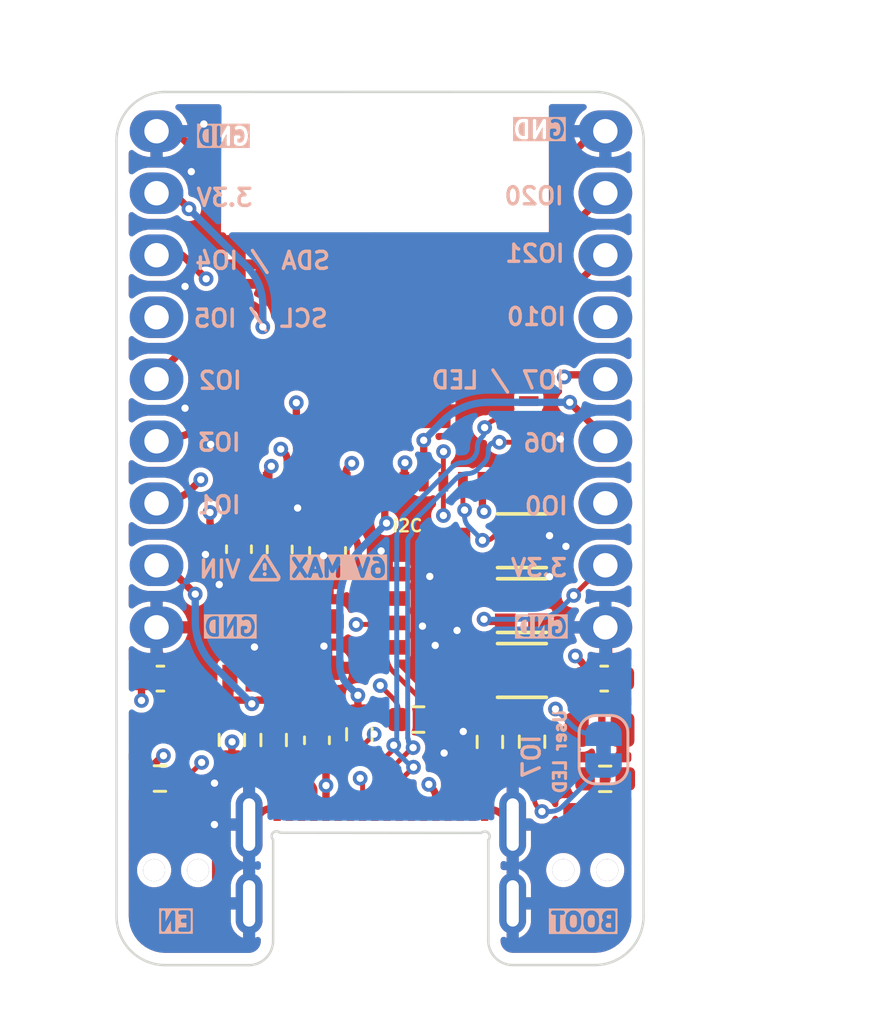
<source format=kicad_pcb>
(kicad_pcb (version 20241229) (generator "pcbnew") (generator_version "9.0")
  (layers (0 "F.Cu" signal) (4 "In1.Cu" signal) (6 "In2.Cu" signal) (2 "B.Cu" signal) (13 "F.Paste" user) (15 "B.Paste" user) (5 "F.SilkS" user "F.Silkscreen") (7 "B.SilkS" user "B.Silkscreen") (1 "F.Mask" user) (3 "B.Mask" user) (25 "Edge.Cuts" user))
  (net 0 "")
  (net 1 "GND")
  (net 2 "Net-(D1-A)")
  (net 3 "Net-(D2-A)")
  (net 4 "Net-(LED1-DO)")
  (net 5 "3.3V")
  (net 6 "RGB_LED")
  (net 8 "D+")
  (net 9 "VBUS")
  (net 10 "D-")
  (net 11 "Net-(USB1-CC1)")
  (net 12 "Net-(USB1-CC2)")
  (net 13 "Net-(LED2-DO)")
  (net 15 "EN")
  (net 16 "BOOT")
  (net 17 "IO20")
  (net 18 "IO6")
  (net 21 "IO0")
  (net 23 "IO3")
  (net 25 "IO1")
  (net 27 "IO21")
  (net 29 "IO2")
  (net 36 "IO7")
  (net 38 "IO10")
  (net 40 "Net-(CN1-Pad4)")
  (net 41 "Net-(CN1-Pad3)")
  (net 42 "SDA")
  (net 43 "SCL")
  (net 44 "Net-(JP1-B)")
  (footprint "Capacitor_SMD:C_0603_1608Metric" (layer "F.Cu") (at 91.453684 49.552936)
    (property "Reference" "C6" (hide yes))
    (property "Value" "100nF" (hide yes))
  )
  (footprint "Capacitor_SMD:C_0805_2012Metric" (layer "F.Cu") (at 80.117067 44.442392 90)
    (property "Reference" "C3" (hide yes))
    (property "Value" "10uF" (hide yes))
  )
  (footprint "Resistor_SMD:R_0603_1608Metric" (layer "F.Cu") (at 73.248621 53.646368 180)
    (property "Reference" "R6" (hide yes))
    (property "Value" "10k" (hide yes))
  )
  (footprint "EASYEDA2KICAD:WIFIM-SMD_ESP32-C3-MINI-1" (layer "F.Cu") (at 82.462168 36.587938)
    (property "Reference" "U1" (hide yes))
    (property "Value" "ESP32-C3-MINI-1-H4(4MB)" (hide yes))
  )
  (footprint "Resistor_SMD:R_0603_1608Metric" (layer "F.Cu") (at 83.830329 51.230471)
    (property "Reference" "R8" (hide yes))
    (property "Value" "4.7k" (hide yes))
  )
  (footprint "LED_SMD:LED_0805_2012Metric" (layer "F.Cu") (at 91.266237 51.650747 180)
    (property "Reference" "D1" (hide yes))
    (property "Value" "Blue LED" (hide yes))
  )
  (footprint "Connector_PinSocket_2.54mm:PinSocket_1x09_P2.54mm_Vertical" (layer "F.Cu") (at 73.1091 27.133406)
    (property "Reference" "J2" (hide yes))
    (property "Value" "Conn_01x09_Pin" (hide yes))
  )
  (footprint "Resistor_SMD:R_0603_1608Metric" (layer "F.Cu") (at 76.195153 52.06627 90)
    (property "Reference" "R5" (hide yes))
    (property "Value" "220")
  )
  (footprint "Resistor_SMD:R_0603_1608Metric" (layer "F.Cu") (at 88.496188 52.138651 90)
    (property "Reference" "R4" (hide yes))
    (property "Value" "100")
  )
  (footprint "EASYEDA2KICAD:CONN-SMD_BM04B-SRSS-TB" (layer "F.Cu") (at 83.804144 46.773446 -90)
    (property "Reference" "CN1" (hide yes))
    (property "Value" "BM04B-SRSS-TB(LF)(SN)" (hide yes))
  )
  (footprint "EASYEDA2KICAD:LED-SMD_4P-L2.0-W2.0-BR-1" (layer "F.Cu") (at 88.081255 49.219477)
    (property "Reference" "LED3" (hide yes))
    (property "Value" "XL-2020RGBC-WS2812B" (hide yes))
  )
  (footprint "Capacitor_SMD:C_0603_1608Metric" (layer "F.Cu") (at 73.267252 49.552936)
    (property "Reference" "C5" (hide yes))
    (property "Value" "100nF" (hide yes))
  )
  (footprint "LED_SMD:LED_0805_2012Metric" (layer "F.Cu") (at 73.48858 51.650747)
    (property "Reference" "D2" (hide yes))
    (property "Value" "Green LED" (hide yes))
  )
  (footprint "Connector_PinSocket_2.54mm:PinSocket_1x09_P2.54mm_Vertical" (layer "F.Cu") (at 91.499785 27.133406)
    (property "Reference" "J1" (hide yes))
    (property "Value" "Conn_01x09_Pin" (hide yes))
  )
  (footprint "EASYEDA2KICAD:USB-C-SMD_GT-USB-7058" (layer "F.Cu") (at 82.302734 56.821534)
    (property "Reference" "USB1" (hide yes))
    (property "Value" "GT-USB-7058" (hide yes))
  )
  (footprint "Capacitor_SMD:C_0603_1608Metric" (layer "F.Cu") (at 79.681873 52.080597 90)
    (property "Reference" "C8" (hide yes))
    (property "Value" "100nF" (hide yes))
  )
  (footprint "EASYEDA2KICAD:SOT-25-5_L2.9-W1.6-P0.95-LS2.8-BL" (layer "F.Cu") (at 77.065857 48.235309)
    (property "Reference" "U2" (hide yes))
    (property "Value" "AP2112K-3.3TRG1" (hide yes))
  )
  (footprint "Capacitor_SMD:C_0805_2012Metric" (layer "F.Cu") (at 80.060516 48.161665 -90)
    (property "Reference" "C1" (hide yes))
    (property "Value" "10uF" (hide yes))
  )
  (footprint "EASYEDA2KICAD:SW-SMD_L4.0-W2.9-P4.15-EH" (layer "F.Cu") (at 90.676151 57.395556 -90)
    (property "Reference" "SW2" (hide yes))
    (property "Value" "TSA343G00D-250J2" (hide yes))
  )
  (footprint "Capacitor_SMD:C_0603_1608Metric" (layer "F.Cu") (at 78.154581 44.26241 90)
    (property "Reference" "C2" (hide yes))
    (property "Value" "100nF")
  )
  (footprint "EASYEDA2KICAD:SW-SMD_L4.0-W2.9-P4.15-EH" (layer "F.Cu") (at 73.909171 57.399705 -90)
    (property "Reference" "SW1" (hide yes))
    (property "Value" "TSA343G00D-250J2" (hide yes))
  )
  (footprint "EASYEDA2KICAD:LED-SMD_4P-L2.0-W2.0-BR-1" (layer "F.Cu") (at 88.081255 43.907528)
    (property "Reference" "LED1" (hide yes))
    (property "Value" "XL-2020RGBC-WS2812B" (hide yes))
  )
  (footprint "Capacitor_SMD:C_0603_1608Metric" (layer "F.Cu") (at 76.487219 44.255032 90)
    (property "Reference" "C4" (hide yes))
    (property "Value" "1uF")
  )
  (footprint "Resistor_SMD:R_0603_1608Metric" (layer "F.Cu") (at 77.908696 52.068705 90)
    (property "Reference" "R1" (hide yes))
    (property "Value" "5.1k" (hide yes))
  )
  (footprint "EASYEDA2KICAD:LED-SMD_4P-L2.0-W2.0-BR-1" (layer "F.Cu") (at 88.081255 46.563503)
    (property "Reference" "LED2" (hide yes))
    (property "Value" "XL-2020RGBC-WS2812B" (hide yes))
  )
  (footprint "Resistor_SMD:R_0603_1608Metric" (layer "F.Cu") (at 86.768135 52.147758 90)
    (property "Reference" "R3" (hide yes))
    (property "Value" "5.1k" (hide yes))
  )
  (footprint "Resistor_SMD:R_0603_1608Metric" (layer "F.Cu") (at 81.419589 51.834541 -90)
    (property "Reference" "R2" (hide yes))
    (property "Value" "4.7k" (hide yes))
  )
  (footprint "Resistor_SMD:R_0603_1608Metric" (layer "F.Cu") (at 91.491936 53.659052)
    (property "Reference" "R7" (hide yes))
    (property "Value" "10k")
  )
  (footprint "Jumper:SolderJumper-2_P1.3mm_Bridged_RoundedPad1.0x1.5mm" (layer "B.Cu") (at 91.423586 52.463959 -90)
    (property "Reference" "JP1" (hide yes))
    (property "Value" "SolderJumper_2_Bridged" (hide yes))
  )
  (footprint "LOGO" (layer "B.Cu") (at 77.541039 45.015805 180)
    (property "Reference" "G***" (hide yes))
    (property "Value" "LOGO" (hide yes))
  )
  (gr_line (start 73.466692 25.527005) (end 91.071443 25.521843) (stroke (width 0.1)) (layer "Edge.Cuts"))
  (gr_line (start 86.703699 60.285382) (end 86.703699 56.157852) (stroke (width 0.1)) (layer "Edge.Cuts"))
  (gr_line (start 77.885336 56.150753) (end 77.885452 56.150869) (stroke (width 0.1)) (layer "Edge.Cuts"))
  (gr_line (start 77.885452 60.290046) (end 77.885452 56.150869) (stroke (width 0.1)) (layer "Edge.Cuts"))
  (gr_arc (start 93.066251 59.285382) (mid 92.480468 60.69959) (end 91.066251 61.285382) (stroke (width 0.1)) (layer "Edge.Cuts"))
  (gr_arc (start 87.703699 61.285382) (mid 86.996592 60.992489) (end 86.703699 60.285382) (stroke (width 0.1)) (layer "Edge.Cuts"))
  (gr_line (start 93.064871 59.285382) (end 93.072029 27.522294) (stroke (width 0.1)) (layer "Edge.Cuts"))
  (gr_arc (start 77.885336 56.150753) (mid 77.885452 55.867911) (end 78.168294 55.868027) (stroke (width 0.1)) (layer "Edge.Cuts"))
  (gr_line (start 87.703699 61.285382) (end 91.066251 61.285382) (stroke (width 0.1)) (layer "Edge.Cuts"))
  (gr_line (start 71.467278 27.527145) (end 71.469496 59.28821) (stroke (width 0.1)) (layer "Edge.Cuts"))
  (gr_line (start 86.420973 55.874894) (end 78.168409 55.868142) (stroke (width 0.1)) (layer "Edge.Cuts"))
  (gr_arc (start 77.885452 60.290046) (mid 77.592353 60.997358) (end 76.884871 61.290046) (stroke (width 0.1)) (layer "Edge.Cuts"))
  (gr_arc (start 71.467278 27.527145) (mid 72.052808 26.113048) (end 73.466692 25.527005) (stroke (width 0.1)) (layer "Edge.Cuts"))
  (gr_arc (start 86.420973 55.874894) (mid 86.703699 55.875126) (end 86.703699 56.157852) (stroke (width 0.1)) (layer "Edge.Cuts"))
  (gr_line (start 78.168294 55.868027) (end 78.168409 55.868142) (stroke (width 0.1)) (layer "Edge.Cuts"))
  (gr_arc (start 73.468334 61.28806) (mid 72.054941 60.701912) (end 71.469496 59.28821) (stroke (width 0.1)) (layer "Edge.Cuts"))
  (gr_arc (start 91.071443 25.521843) (mid 92.486195 26.107582) (end 93.072029 27.522294) (stroke (width 0.1)) (layer "Edge.Cuts"))
  (gr_line (start 76.884871 61.290046) (end 73.468334 61.28806) (stroke (width 0.1)) (layer "Edge.Cuts"))
  (gr_text "i2C" (at 82.714633 43.585107 0) (layer "F.SilkS") (effects (font (size 0.5 0.5) (thickness 0.1)) (justify left bottom)))
  (gr_text "VIN" (at 76.628015 45.485082 0) (layer "B.SilkS") (effects (font (size 0.7 0.7) (thickness 0.14) (bold yes)) (justify left bottom mirror)))
  (gr_text "IO0" (at 90.036912 42.899046 0) (layer "B.SilkS") (effects (font (size 0.7 0.7) (thickness 0.14) (bold yes)) (justify left bottom mirror)))
  (gr_text "IO21\n\n" (at 89.90593 33.680076 0) (layer "B.SilkS") (effects (font (size 0.7 0.7) (thickness 0.14) (bold yes)) (justify left bottom mirror)))
  (gr_text "IO6\n\n\n\n" (at 89.980464 43.698384 0) (layer "B.SilkS") (effects (font (size 0.7 0.7) (thickness 0.14) (bold yes)) (justify left bottom mirror)))
  (gr_text "User LED" (at 89.935323 50.753255 90) (layer "B.SilkS") (effects (font (size 0.5 0.5) (thickness 0.125) (bold yes)) (justify left bottom mirror)))
  (gr_text "IO7 / LED\n\n\n" (at 89.917423 39.994737 0) (layer "B.SilkS") (effects (font (size 0.7 0.7) (thickness 0.14) (bold yes)) (justify left bottom mirror)))
  (gr_text "6V MAX" (at 82.628751 45.439781 0) (layer "B.SilkS" knockout) (effects (font (size 0.7 0.7) (thickness 0.175) (bold yes)) (justify left bottom mirror)))
  (gr_text "EN\n" (at 74.703039 59.927955 0) (layer "B.SilkS" knockout) (effects (font (size 0.7 0.7) (thickness 0.175) (bold yes)) (justify left bottom mirror)))
  (gr_text "SCL / IO5\n" (at 80.202481 35.213539 0) (layer "B.SilkS") (effects (font (size 0.7 0.7) (thickness 0.14) (bold yes)) (justify left bottom mirror)))
  (gr_text "BOOT" (at 92.104984 59.936162 0) (layer "B.SilkS" knockout) (effects (font (size 0.7 0.7) (thickness 0.175) (bold yes)) (justify left bottom mirror)))
  (gr_text "IO20\n" (at 89.870661 30.199441 0) (layer "B.SilkS") (effects (font (size 0.7 0.7) (thickness 0.14) (bold yes)) (justify left bottom mirror)))
  (gr_text "IO10\n\n" (at 89.969563 36.269444 0) (layer "B.SilkS") (effects (font (size 0.7 0.7) (thickness 0.14) (bold yes)) (justify left bottom mirror)))
  (gr_text "GND" (at 77.29011 47.861418 0) (layer "B.SilkS" knockout) (effects (font (size 0.7 0.7) (thickness 0.14) (bold yes)) (justify left bottom mirror)))
  (gr_text "GND" (at 89.95806 27.490069 0) (layer "B.SilkS" knockout) (effects (font (size 0.7 0.7) (thickness 0.14) (bold yes)) (justify left bottom mirror)))
  (gr_text "IO3\n" (at 76.632628 40.293508 0) (layer "B.SilkS") (effects (font (size 0.7 0.7) (thickness 0.14) (bold yes)) (justify left bottom mirror)))
  (gr_text "GND" (at 90.03729 47.861405 0) (layer "B.SilkS" knockout) (effects (font (size 0.7 0.7) (thickness 0.14) (bold yes)) (justify left bottom mirror)))
  (gr_text "IO2\n" (at 76.677568 37.754389 0) (layer "B.SilkS") (effects (font (size 0.7 0.7) (thickness 0.14) (bold yes)) (justify left bottom mirror)))
  (gr_text "SDA / IO4" (at 80.297252 32.844277 0) (layer "B.SilkS") (effects (font (size 0.7 0.7) (thickness 0.14) (bold yes)) (justify left bottom mirror)))
  (gr_text "IO7\n" (at 88.880424 51.781895 90) (layer "B.SilkS") (effects (font (size 0.7 0.7) (thickness 0.14) (bold yes)) (justify left bottom mirror)))
  (gr_text "3.3V\n" (at 77.121578 30.264133 0) (layer "B.SilkS") (effects (font (size 0.7 0.7) (thickness 0.14) (bold yes)) (justify left bottom mirror)))
  (gr_text "IO1\n" (at 76.632628 42.855097 0) (layer "B.SilkS") (effects (font (size 0.7 0.7) (thickness 0.14) (bold yes)) (justify left bottom mirror)))
  (gr_text "3.3V\n" (at 90.005923 45.430421 0) (layer "B.SilkS") (effects (font (size 0.7 0.7) (thickness 0.14) (bold yes)) (justify left bottom mirror)))
  (gr_text "GND" (at 77.009296 27.765856 0) (layer "B.SilkS" knockout) (effects (font (size 0.7 0.7) (thickness 0.14) (bold yes)) (justify left bottom mirror)))
  (segment (start 92.228684 49.486236) (end 92.228684 49.484303) (width 0.2) (layer "F.Cu") (net 1))
  (segment (start 89.487255 47.152862) (end 89.487255 47.330117) (width 0.2) (layer "F.Cu") (net 1))
  (segment (start 80.060516 49.023061) (end 80.060516 49.025881) (width 0.2) (layer "F.Cu") (net 1))
  (segment (start 80.060516 49.406729) (end 80.060516 49.406185) (width 0.2) (layer "F.Cu") (net 1))
  (segment (start 74.696772 27.960168) (end 74.710071 27.973467) (width 0.3) (layer "F.Cu") (net 1))
  (segment (start 80.060516 49.151762) (end 80.060516 49.196315) (width 0.2) (layer "F.Cu") (net 1))
  (segment (start 80.060516 49.050838) (end 80.060516 49.064726) (width 0.2) (layer "F.Cu") (net 1))
  (segment (start 80.060516 49.03695) (end 80.060516 49.050838) (width 0.2) (layer "F.Cu") (net 1))
  (segment (start 80.060516 49.269671) (end 80.060516 49.274021) (width 0.2) (layer "F.Cu") (net 1))
  (segment (start 92.228684 49.848084) (end 92.228684 49.843895) (width 0.2) (layer "F.Cu") (net 1))
  (segment (start 92.228684 49.904794) (end 92.228684 49.917683) (width 0.2) (layer "F.Cu") (net 1))
  (segment (start 92.228684 49.573556) (end 92.228684 49.587733) (width 0.2) (layer "F.Cu") (net 1))
  (segment (start 80.060516 49.412815) (end 80.060516 49.412883) (width 0.2) (layer "F.Cu") (net 1))
  (segment (start 80.060516 49.407001) (end 80.060516 49.407273) (width 0.2) (layer "F.Cu") (net 1))
  (segment (start 92.228684 49.649599) (end 92.228684 49.652176) (width 0.2) (layer "F.Cu") (net 1))
  (segment (start 80.060516 48.61059) (end 80.060516 48.633075) (width 0.2) (layer "F.Cu") (net 1))
  (segment (start 75.587992 58.761534) (end 76.104983 58.761534) (width 0.3) (layer "F.Cu") (net 1))
  (segment (start 92.170356 49.329634) (end 91.955359 49.114637) (width 0.2) (layer "F.Cu") (net 1))
  (segment (start 77.375957 55.05831) (end 77.139345 55.294922) (width 0.3) (layer "F.Cu") (net 1))
  (segment (start 88.429845 31.637938) (end 88.863062 31.637938) (width 0.3) (layer "F.Cu") (net 1))
  (segment (start 80.060516 49.309874) (end 80.060516 49.314225) (width 0.2) (layer "F.Cu") (net 1))
  (segment (start 87.702734 55.991153) (end 87.702734 58.761534) (width 0.3) (layer "F.Cu") (net 1))
  (segment (start 80.060516 48.695345) (end 80.060516 48.689291) (width 0.2) (layer "F.Cu") (net 1))
  (segment (start 80.060516 48.655561) (end 80.060516 48.662479) (width 0.2) (layer "F.Cu") (net 1))
  (segment (start 92.228684 49.5133) (end 92.228684 49.516522) (width 0.2) (layer "F.Cu") (net 1))
  (segment (start 80.060516 49.002811) (end 80.060516 49.006283) (width 0.2) (layer "F.Cu") (net 1))
  (segment (start 80.060516 49.031381) (end 80.060516 49.03695) (width 0.2) (layer "F.Cu") (net 1))
  (segment (start 80.117067 44.800065) (end 80.117067 45.392392) (width 0.2) (layer "F.Cu") (net 1))
  (segment (start 92.228684 49.621567) (end 92.228684 49.622212) (width 0.2) (layer "F.Cu") (net 1))
  (segment (start 92.228684 49.622212) (end 92.228684 49.622857) (width 0.2) (layer "F.Cu") (net 1))
  (segment (start 80.060516 49.384027) (end 80.060516 49.384298) (width 0.2) (layer "F.Cu") (net 1))
  (segment (start 74.723371 27.986767) (end 74.716721 27.980117) (width 0.3) (layer "F.Cu") (net 1))
  (segment (start 80.060516 49.092502) (end 80.060516 49.107522) (width 0.2) (layer "F.Cu") (net 1))
  (segment (start 92.228684 49.536176) (end 92.228684 49.531022) (width 0.2) (layer "F.Cu") (net 1))
  (segment (start 80.060516 48.822916) (end 80.060516 48.832835) (width 0.2) (layer "F.Cu") (net 1))
  (segment (start 80.060516 49.412747) (end 80.060516 49.412543) (width 0.2) (layer "F.Cu") (net 1))
  (segment (start 92.228684 49.472703) (end 92.228684 49.473347) (width 0.2) (layer "F.Cu") (net 1))
  (segment (start 80.060516 49.370057) (end 80.060516 49.371485) (width 0.2) (layer "F.Cu") (net 1))
  (segment (start 80.060516 48.398535) (end 80.060516 48.401022) (width 0.2) (layer "F.Cu") (net 1))
  (segment (start 85.662168 32.537938) (end 85.662168 31.687938) (width 0.5) (layer "F.Cu") (net 1))
  (segment (start 80.060516 49.33285) (end 80.060516 49.329283) (width 0.2) (layer "F.Cu") (net 1))
  (segment (start 80.060516 48.797402) (end 80.060516 48.822916) (width 0.2) (layer "F.Cu") (net 1))
  (segment (start 80.060516 49.353301) (end 80.060516 49.358176) (width 0.2) (layer "F.Cu") (net 1))
  (segment (start 80.060516 49.382939) (end 80.060516 49.383483) (width 0.2) (layer "F.Cu") (net 1))
  (segment (start 78.889536 42.56691) (end 78.220181 43.236264) (width 0.2) (layer "F.Cu") (net 1))
  (segment (start 77.121921 48.259833) (end 77.093889 48.287865) (width 0.2) (layer "F.Cu") (net 1))
  (segment (start 80.060516 49.404113) (end 80.060516 49.404181) (width 0.2) (layer "F.Cu") (net 1))
  (segment (start 80.060516 48.444318) (end 80.060516 48.449939) (width 0.2) (layer "F.Cu") (net 1))
  (segment (start 92.228684 49.681822) (end 92.228684 49.678278) (width 0.2) (layer "F.Cu") (net 1))
  (segment (start 85.228688 49.73799) (end 86.752111 51.261413) (width 0.2) (layer "F.Cu") (net 1))
  (segment (start 80.060516 48.413738) (end 80.060516 48.416143) (width 0.2) (layer "F.Cu") (net 1))
  (segment (start 92.228684 49.774618) (end 92.228684 49.79524) (width 0.2) (layer "F.Cu") (net 1))
  (segment (start 80.060516 49.345553) (end 80.060516 49.346425) (width 0.2) (layer "F.Cu") (net 1))
  (segment (start 80.060516 49.396127) (end 80.060516 49.395583) (width 0.2) (layer "F.Cu") (net 1))
  (segment (start 80.060516 48.501132) (end 80.060516 48.510754) (width 0.2) (layer "F.Cu") (net 1))
  (segment (start 91.282661 27.133406) (end 91.499785 27.133406) (width 0.3) (layer "F.Cu") (net 1))
  (segment (start 75.375044 29.071028) (end 75.375044 31.36139) (width 0.3) (layer "F.Cu") (net 1))
  (segment (start 80.060516 48.532589) (end 80.060516 48.533468) (width 0.2) (layer "F.Cu") (net 1))
  (segment (start 80.060516 49.373559) (end 80.060516 49.373831) (width 0.2) (layer "F.Cu") (net 1))
  (segment (start 92.228684 49.855818) (end 92.228684 49.858396) (width 0.2) (layer "F.Cu") (net 1))
  (segment (start 80.060516 49.064726) (end 80.060516 49.078614) (width 0.2) (layer "F.Cu") (net 1))
  (segment (start 92.228684 49.662487) (end 92.228684 49.665066) (width 0.2) (layer "F.Cu") (net 1))
  (segment (start 92.228684 49.472059) (end 92.228684 49.472703) (width 0.2) (layer "F.Cu") (net 1))
  (segment (start 80.060516 49.33285) (end 80.060516 49.336853) (width 0.2) (layer "F.Cu") (net 1))
  (segment (start 80.060516 48.49151) (end 80.060516 48.501132) (width 0.2) (layer "F.Cu") (net 1))
  (segment (start 80.060516 48.671129) (end 80.060516 48.679779) (width 0.2) (layer "F.Cu") (net 1))
  (segment (start 74.769921 28.033317) (end 74.763271 28.026667) (width 0.3) (layer "F.Cu") (net 1))
  (segment (start 80.060516 49.196315) (end 80.060516 49.212479) (width 0.2) (layer "F.Cu") (net 1))
  (segment (start 89.47431 58.761534) (end 87.702734 58.761534) (width 0.3) (layer "F.Cu") (net 1))
  (segment (start 92.228684 49.483015) (end 92.228684 49.482048) (width 0.2) (layer "F.Cu") (net 1))
  (segment (start 92.228684 49.55938) (end 92.228684 49.565503) (width 0.2) (layer "F.Cu") (net 1))
  (segment (start 80.060516 49.366931) (end 80.060516 49.368494) (width 0.2) (layer "F.Cu") (net 1))
  (segment (start 92.228684 49.518455) (end 92.228684 49.516522) (width 0.2) (layer "F.Cu") (net 1))
  (segment (start 80.060516 49.392627) (end 80.060516 49.392967) (width 0.2) (layer "F.Cu") (net 1))
  (segment (start 92.228684 49.628979) (end 92.228684 49.622857) (width 0.2) (layer "F.Cu") (net 1))
  (segment (start 80.060516 49.410027) (end 80.060516 49.410401) (width 0.2) (layer "F.Cu") (net 1))
  (segment (start 92.228684 49.702442) (end 92.228684 49.712752) (width 0.2) (layer "F.Cu") (net 1))
  (segment (start 92.228684 49.520712) (end 92.228684 49.52329) (width 0.2) (layer "F.Cu") (net 1))
  (segment (start 80.060516 48.64821) (end 80.060516 48.648643) (width 0.2) (layer "F.Cu") (net 1))
  (segment (start 80.060516 48.682375) (end 80.060516 48.685833) (width 0.2) (layer "F.Cu") (net 1))
  (segment (start 74.743321 28.006717) (end 74.736671 28.000067) (width 0.3) (layer "F.Cu") (net 1))
  (segment (start 74.710071 27.973467) (end 74.716721 27.980117) (width 0.3) (layer "F.Cu") (net 1))
  (segment (start 92.228684 49.917683) (end 92.228684 49.938305) (width 0.2) (layer "F.Cu") (net 1))
  (segment (start 92.228684 49.669901) (end 92.228684 49.671834) (width 0.2) (layer "F.Cu") (net 1))
  (segment (start 80.060516 49.407273) (end 80.060516 49.407817) (width 0.2) (layer "F.Cu") (net 1))
  (segment (start 80.060516 48.939452) (end 80.060516 48.913346) (width 0.2) (layer "F.Cu") (net 1))
  (segment (start 80.060516 49.412203) (end 80.060516 49.412543) (width 0.2) (layer "F.Cu") (net 1))
  (segment (start 80.060516 49.412985) (end 80.060516 49.413257) (width 0.2) (layer "F.Cu") (net 1))
  (segment (start 79.262168 41.930787) (end 79.262168 41.487938) (width 0.2) (layer "F.Cu") (net 1))
  (segment (start 80.060516 49.388649) (end 80.060516 49.389737) (width 0.2) (layer "F.Cu") (net 1))
  (segment (start 80.060516 49.151762) (end 80.060516 49.15145) (width 0.2) (layer "F.Cu") (net 1))
  (segment (start 80.060516 48.773941) (end 80.060516 48.781077) (width 0.2) (layer "F.Cu") (net 1))
  (segment (start 76.104983 58.761534) (end 76.902734 58.761534) (width 0.3) (layer "F.Cu") (net 1))
  (segment (start 80.060516 49.374375) (end 80.060516 49.374816) (width 0.2) (layer "F.Cu") (net 1))
  (segment (start 92.228684 49.486236) (end 92.228684 49.489458) (width 0.2) (layer "F.Cu") (net 1))
  (segment (start 84.746647 34.303458) (end 85.061127 33.988978) (width 0.5) (layer "F.Cu") (net 1))
  (segment (start 84.528436 48.193534) (end 84.79629 48.461388) (width 0.2) (layer "F.Cu") (net 1))
  (segment (start 92.228684 49.667645) (end 92.228684 49.668613) (width 0.2) (layer "F.Cu") (net 1))
  (segment (start 80.060516 49.393171) (end 80.060516 49.393239) (width 0.2) (layer "F.Cu") (net 1))
  (segment (start 92.228684 49.476892) (end 92.228684 49.47947) (width 0.2) (layer "F.Cu") (net 1))
  (segment (start 82.544144 45.273446) (end 84.142167 45.273446) (width 0.2) (layer "F.Cu") (net 1))
  (segment (start 85.064144 49.340745) (end 85.064144 49.108044) (width 0.2) (layer "F.Cu") (net 1))
  (segment (start 80.060516 49.398267) (end 80.060516 49.398981) (width 0.2) (layer "F.Cu") (net 1))
  (segment (start 74.710071 27.973467) (end 74.716721 27.980117) (width 0.3) (layer "F.Cu") (net 1))
  (segment (start 76.512168 31.673293) (end 76.512168 33.302582) (width 0.2) (layer "F.Cu") (net 1))
  (segment (start 80.060516 49.394495) (end 80.060516 49.395039) (width 0.2) (layer "F.Cu") (net 1))
  (segment (start 92.228684 49.614801) (end 92.228684 49.621567) (width 0.2) (layer "F.Cu") (net 1))
  (segment (start 89.653716 45.021041) (end 88.761255 45.913503) (width 0.3) (layer "F.Cu") (net 1))
  (segment (start 80.060516 49.407817) (end 80.060516 49.408089) (width 0.2) (layer "F.Cu") (net 1))
  (segment (start 80.060516 49.373287) (end 80.060516 49.373559) (width 0.2) (layer "F.Cu") (net 1))
  (segment (start 76.537168 40.612938) (end 76.562168 40.587938) (width 0.2) (layer "F.Cu") (net 1))
  (segment (start 92.228684 50.019181) (end 92.228684 50.019825) (width 0.2) (layer "F.Cu") (net 1))
  (segment (start 80.060516 48.526482) (end 80.060516 48.532589) (width 0.2) (layer "F.Cu") (net 1))
  (segment (start 80.060516 49.078614) (end 80.060516 49.092502) (width 0.2) (layer "F.Cu") (net 1))
  (segment (start 80.060516 48.47978) (end 80.060516 48.49151) (width 0.2) (layer "F.Cu") (net 1))
  (segment (start 92.228684 50.102956) (end 92.228684 50.157733) (width 0.2) (layer "F.Cu") (net 1))
  (segment (start 80.060516 49.412883) (end 80.060516 49.412985) (width 0.2) (layer "F.Cu") (net 1))
  (segment (start 92.228684 49.801683) (end 92.228684 49.79524) (width 0.2) (layer "F.Cu") (net 1))
  (segment (start 92.228684 49.54649) (end 92.228684 49.55938) (width 0.2) (layer "F.Cu") (net 1))
  (segment (start 80.060516 49.395311) (end 80.060516 49.395583) (width 0.2) (layer "F.Cu") (net 1))
  (segment (start 80.060516 49.107522) (end 80.060516 49.15145) (width 0.2) (layer "F.Cu") (net 1))
  (segment (start 79.262168 32.537938) (end 79.262168 31.687938) (width 0.5) (layer "F.Cu") (net 1))
  (segment (start 92.228684 49.669257) (end 92.228684 49.669901) (width 0.2) (layer "F.Cu") (net 1))
  (segment (start 80.060516 49.360055) (end 80.060516 49.361172) (width 0.2) (layer "F.Cu") (net 1))
  (segment (start 80.060516 49.348426) (end 80.060516 49.353301) (width 0.2) (layer "F.Cu") (net 1))
  (segment (start 80.060516 49.314225) (end 80.060516 49.318145) (width 0.2) (layer "F.Cu") (net 1))
  (segment (start 92.228684 49.520712) (end 92.228684 49.519745) (width 0.2) (layer "F.Cu") (net 1))
  (segment (start 80.060516 49.384298) (end 80.060516 49.385385) (width 0.2) (layer "F.Cu") (net 1))
  (segment (start 92.228684 49.472059) (end 92.228684 49.471415) (width 0.2) (layer "F.Cu") (net 1))
  (segment (start 80.035394 44.602889) (end 79.953721 44.521216) (width 0.2) (layer "F.Cu") (net 1))
  (segment (start 80.060516 48.590211) (end 80.060516 48.608484) (width 0.2) (layer "F.Cu") (net 1))
  (segment (start 80.060516 49.379268) (end 80.060516 49.379948) (width 0.2) (layer "F.Cu") (net 1))
  (segment (start 80.060516 49.256621) (end 80.060516 49.254858) (width 0.2) (layer "F.Cu") (net 1))
  (segment (start 92.228684 49.652176) (end 92.228684 49.657332) (width 0.2) (layer "F.Cu") (net 1))
  (segment (start 80.060516 49.412747) (end 80.060516 49.412815) (width 0.2) (layer "F.Cu") (net 1))
  (segment (start 80.060516 49.414209) (end 80.060516 49.414175) (width 0.2) (layer "F.Cu") (net 1))
  (segment (start 80.060516 49.224705) (end 80.060516 49.236931) (width 0.2) (layer "F.Cu") (net 1))
  (segment (start 80.060516 49.413529) (end 80.060516 49.413801) (width 0.2) (layer "F.Cu") (net 1))
  (segment (start 75.069158 28.332554) (end 74.769921 28.033317) (width 0.3) (layer "F.Cu") (net 1))
  (segment (start 84.838658 44.836699) (end 84.305963 45.369395) (width 0.2) (layer "F.Cu") (net 1))
  (segment (start 80.060516 48.640426) (end 80.060516 48.64821) (width 0.2) (layer "F.Cu") (net 1))
  (segment (start 89.819264 28.379679) (end 90.912007 27.286935) (width 0.3) (layer "F.Cu") (net 1))
  (segment (start 80.060516 49.014672) (end 80.060516 49.023061) (width 0.2) (layer "F.Cu") (net 1))
  (segment (start 92.228684 49.470771) (end 92.228684 49.470449) (width 0.2) (layer "F.Cu") (net 1))
  (segment (start 82.544144 45.273446) (end 82.544144 44.722095) (width 0.2) (layer "F.Cu") (net 1))
  (segment (start 80.060516 49.373831) (end 80.060516 49.374103) (width 0.2) (layer "F.Cu") (net 1))
  (segment (start 92.228684 49.938305) (end 92.228684 49.992437) (width 0.2) (layer "F.Cu") (net 1))
  (segment (start 92.228684 49.863551) (end 92.228684 49.876439) (width 0.2) (layer "F.Cu") (net 1))
  (segment (start 92.228684 50.048179) (end 92.228684 50.102956) (width 0.2) (layer "F.Cu") (net 1))
  (segment (start 89.124255 48.206477) (end 88.761255 48.569477) (width 0.2) (layer "F.Cu") (net 1))
  (segment (start 76.512168 40.673293) (end 76.512168 41.537938) (width 0.2) (layer "F.Cu") (net 1))
  (segment (start 80.060516 48.886509) (end 80.060516 48.913346) (width 0.2) (layer "F.Cu") (net 1))
  (segment (start 92.228684 50.157733) (end 92.228684 50.212832) (width 0.2) (layer "F.Cu") (net 1))
  (segment (start 80.060516 49.406729) (end 80.060516 49.407001) (width 0.2) (layer "F.Cu") (net 1))
  (segment (start 80.060516 48.38401) (end 80.060516 48.385334) (width 0.2) (layer "F.Cu") (net 1))
  (segment (start 92.228684 49.52329) (end 92.228684 49.525868) (width 0.2) (layer "F.Cu") (net 1))
  (segment (start 80.060516 49.391913) (end 80.060516 49.392287) (width 0.2) (layer "F.Cu") (net 1))
  (segment (start 80.060516 49.368494) (end 80.060516 49.370057) (width 0.2) (layer "F.Cu") (net 1))
  (segment (start 80.060516 49.383483) (end 80.060516 49.384027) (width 0.2) (layer "F.Cu") (net 1))
  (segment (start 73.872962 27.136357) (end 74.696772 27.960168) (width 0.3) (layer "F.Cu") (net 1))
  (segment (start 80.060516 49.344681) (end 80.060516 49.343551) (width 0.2) (layer "F.Cu") (net 1))
  (segment (start 92.228684 49.876439) (end 92.228684 49.891905) (width 0.2) (layer "F.Cu") (net 1))
  (segment (start 80.060516 48.453831) (end 80.060516 48.455994) (width 0.2) (layer "F.Cu") (net 1))
  (segment (start 92.228684 49.826172) (end 92.228684 49.832939) (width 0.2) (layer "F.Cu") (net 1))
  (segment (start 80.060516 49.360055) (end 80.060516 49.358176) (width 0.2) (layer "F.Cu") (net 1))
  (segment (start 80.060516 48.760644) (end 80.060516 48.771887) (width 0.2) (layer "F.Cu") (net 1))
  (segment (start 92.228684 49.538755) (end 92.228684 49.541334) (width 0.2) (layer "F.Cu") (net 1))
  (segment (start 80.060516 49.025881) (end 80.060516 49.028631) (width 0.2) (layer "F.Cu") (net 1))
  (segment (start 80.060516 49.404826) (end 80.060516 49.406185) (width 0.2) (layer "F.Cu") (net 1))
  (segment (start 80.060516 49.256621) (end 80.060516 49.260971) (width 0.2) (layer "F.Cu") (net 1))
  (segment (start 73.868181 59.120334) (end 73.509381 59.479134) (width 0.3) (layer "F.Cu") (net 1))
  (segment (start 80.060516 49.386472) (end 80.060516 49.387561) (width 0.2) (layer "F.Cu") (net 1))
  (segment (start 92.228684 49.483015) (end 92.228684 49.483659) (width 0.2) (layer "F.Cu") (net 1))
  (segment (start 80.060516 49.265321) (end 80.060516 49.269671) (width 0.2) (layer "F.Cu") (net 1))
  (segment (start 80.060516 48.387901) (end 80.060516 48.390468) (width 0.2) (layer "F.Cu") (net 1))
  (segment (start 92.228684 50.019825) (end 92.228684 50.020469) (width 0.2) (layer "F.Cu") (net 1))
  (segment (start 80.060516 49.409075) (end 80.060516 49.409143) (width 0.2) (layer "F.Cu") (net 1))
  (segment (start 92.228684 49.565503) (end 92.228684 49.566146) (width 0.2) (layer "F.Cu") (net 1))
  (segment (start 74.743321 28.006717) (end 74.736671 28.000067) (width 0.3) (layer "F.Cu") (net 1))
  (segment (start 80.060516 49.305523) (end 80.060516 49.309874) (width 0.2) (layer "F.Cu") (net 1))
  (segment (start 84.432168 36.587938) (end 80.482168 36.587938) (width 0.2) (layer "F.Cu") (net 1))
  (segment (start 80.060516 48.428588) (end 80.060516 48.438697) (width 0.2) (layer "F.Cu") (net 1))
  (segment (start 80.060516 49.393239) (end 80.060516 49.393307) (width 0.2) (layer "F.Cu") (net 1))
  (segment (start 92.228684 49.536176) (end 92.228684 49.538755) (width 0.2) (layer "F.Cu") (net 1))
  (segment (start 91.682034 47.676772) (end 91.682034 48.454772) (width 0.2) (layer "F.Cu") (net 1))
  (segment (start 80.060516 48.516443) (end 80.060516 48.5182) (width 0.2) (layer "F.Cu") (net 1))
  (segment (start 80.060516 48.548319) (end 80.060516 48.570156) (width 0.2) (layer "F.Cu") (net 1))
  (segment (start 80.060516 49.413903) (end 80.060516 49.413971) (width 0.2) (layer "F.Cu") (net 1))
  (segment (start 80.060516 49.006283) (end 80.060516 49.014672) (width 0.2) (layer "F.Cu") (net 1))
  (segment (start 79.968142 48.223711) (end 80.014329 48.269898) (width 0.2) (layer "F.Cu") (net 1))
  (segment (start 75.677478 45.701878) (end 76.30057 45.078785) (width 0.2) (layer "F.Cu") (net 1))
  (segment (start 80.060516 48.679779) (end 80.060516 48.682375) (width 0.2) (layer "F.Cu") (net 1))
  (segment (start 80.060516 49.414107) (end 80.060516 49.414175) (width 0.2) (layer "F.Cu") (net 1))
  (segment (start 80.060516 49.393307) (end 80.060516 49.393408) (width 0.2) (layer "F.Cu") (net 1))
  (segment (start 73.163935 48.053555) (end 73.163935 47.271157) (width 0.3) (layer "F.Cu") (net 1))
  (segment (start 80.060516 49.394221) (end 80.060516 49.394495) (width 0.2) (layer "F.Cu") (net 1))
  (segment (start 80.060516 49.410401) (end 80.060516 49.411489) (width 0.2) (layer "F.Cu") (net 1))
  (segment (start 80.060516 49.260971) (end 80.060516 49.265321) (width 0.2) (layer "F.Cu") (net 1))
  (segment (start 92.228684 49.525868) (end 92.228684 49.528445) (width 0.2) (layer "F.Cu") (net 1))
  (segment (start 80.060516 49.382939) (end 80.060516 49.382123) (width 0.2) (layer "F.Cu") (net 1))
  (segment (start 80.060516 49.344681) (end 80.060516 49.345553) (width 0.2) (layer "F.Cu") (net 1))
  (segment (start 80.060516 49.3982) (end 80.060516 49.398267) (width 0.2) (layer "F.Cu") (net 1))
  (segment (start 86.353671 51.322758) (end 86.745474 51.322758) (width 0.2) (layer "F.Cu") (net 1))
  (segment (start 80.060516 48.514686) (end 80.060516 48.510754) (width 0.2) (layer "F.Cu") (net 1))
  (segment (start 80.060516 49.236931) (end 80.060516 49.246982) (width 0.2) (layer "F.Cu") (net 1))
  (segment (start 89.343745 31.157255) (end 89.343745 29.19144) (width 0.3) (layer "F.Cu") (net 1))
  (segment (start 92.228684 49.474313) (end 92.228684 49.476892) (width 0.2) (layer "F.Cu") (net 1))
  (segment (start 80.060516 49.409687) (end 80.060516 49.410027) (width 0.2) (layer "F.Cu") (net 1))
  (segment (start 92.228684 49.54649) (end 92.228684 49.541334) (width 0.2) (layer "F.Cu") (net 1))
  (segment (start 74.743321 28.006717) (end 74.749971 28.013367) (width 0.3) (layer "F.Cu") (net 1))
  (segment (start 80.060516 48.665505) (end 80.060516 48.666371) (width 0.2) (layer "F.Cu") (net 1))
  (segment (start 89.88446 44.463977) (end 89.88446 44.137657) (width 0.3) (layer "F.Cu") (net 1))
  (segment (start 80.060516 48.648643) (end 80.060516 48.655561) (width 0.2) (layer "F.Cu") (net 1))
  (segment (start 84.432168 35.062679) (end 84.432168 38.567938) (width 0.2) (layer "F.Cu") (net 1))
  (segment (start 92.228684 49.470771) (end 92.228684 49.471415) (width 0.2) (layer "F.Cu") (net 1))
  (segment (start 85.874899 51.521072) (end 85.676585 51.719386) (width 0.2) (layer "F.Cu") (net 1))
  (segment (start 80.060516 49.337289) (end 80.060516 49.336853) (width 0.2) (layer "F.Cu") (net 1))
  (segment (start 82.427803 44.441224) (end 82.311463 44.324884) (width 0.2) (layer "F.Cu") (net 1))
  (segment (start 80.060516 49.376685) (end 80.060516 49.379268) (width 0.2) (layer "F.Cu") (net 1))
  (segment (start 80.482168 38.567938) (end 84.432168 38.567938) (width 0.2) (layer "F.Cu") (net 1))
  (segment (start 92.228684 49.692132) (end 92.228684 49.702442) (width 0.2) (layer "F.Cu") (net 1))
  (segment (start 80.060516 49.413801) (end 80.060516 49.413903) (width 0.2) (layer "F.Cu") (net 1))
  (segment (start 80.060516 48.459886) (end 80.060516 48.469833) (width 0.2) (layer "F.Cu") (net 1))
  (segment (start 80.060516 48.451668) (end 80.060516 48.453831) (width 0.2) (layer "F.Cu") (net 1))
  (segment (start 88.789798 45.942046) (end 89.124255 46.276503) (width 0.2) (layer "F.Cu") (net 1))
  (segment (start 80.060516 49.411863) (end 80.060516 49.412203) (width 0.2) (layer "F.Cu") (net 1))
  (segment (start 80.060516 49.414039) (end 80.060516 49.414107) (width 0.2) (layer "F.Cu") (net 1))
  (segment (start 80.060516 49.400476) (end 80.060516 49.401836) (width 0.2) (layer "F.Cu") (net 1))
  (segment (start 80.060516 49.401836) (end 80.060516 49.403331) (width 0.2) (layer "F.Cu") (net 1))
  (segment (start 80.060516 48.416143) (end 80.060516 48.41767) (width 0.2) (layer "F.Cu") (net 1))
  (segment (start 79.075852 42.380594) (end 78.889536 42.56691) (width 0.2) (layer "F.Cu") (net 1))
  (segment (start 80.060516 48.469833) (end 80.060516 48.47978) (width 0.2) (layer "F.Cu") (net 1))
  (segment (start 80.060516 49.392967) (end 80.060516 49.393171) (width 0.2) (layer "F.Cu") (net 1))
  (segment (start 76.418271 45.030032) (end 76.487219 45.030032) (width 0.2) (layer "F.Cu") (net 1))
  (segment (start 80.060516 48.781077) (end 80.060516 48.788213) (width 0.2) (layer "F.Cu") (net 1))
  (segment (start 89.819264 28.379679) (end 89.581504 28.617438) (width 0.3) (layer "F.Cu") (net 1))
  (segment (start 92.228684 49.681822) (end 92.228684 49.692132) (width 0.2) (layer "F.Cu") (net 1))
  (segment (start 80.060516 49.413257) (end 80.060516 49.413529) (width 0.2) (layer "F.Cu") (net 1))
  (segment (start 80.060516 48.390468) (end 80.060516 48.391833) (width 0.2) (layer "F.Cu") (net 1))
  (segment (start 80.060516 48.423129) (end 80.060516 48.428588) (width 0.2) (layer "F.Cu") (net 1))
  (segment (start 80.060516 49.379948) (end 80.060516 49.382123) (width 0.2) (layer "F.Cu") (net 1))
  (segment (start 80.060516 49.385385) (end 80.060516 49.386472) (width 0.2) (layer "F.Cu") (net 1))
  (segment (start 73.935012 49.445696) (end 73.603093 49.113777) (width 0.3) (layer "F.Cu") (net 1))
  (segment (start 80.060516 49.393679) (end 80.060516 49.39395) (width 0.2) (layer "F.Cu") (net 1))
  (segment (start 92.228684 49.668613) (end 92.228684 49.669257) (width 0.2) (layer "F.Cu") (net 1))
  (segment (start 80.060516 48.385334) (end 80.060516 48.387901) (width 0.2) (layer "F.Cu") (net 1))
  (segment (start 77.802734 54.881534) (end 78.052734 54.881534) (width 0.3) (layer "F.Cu") (net 1))
  (segment (start 74.756621 28.020017) (end 74.763271 28.026667) (width 0.3) (layer "F.Cu") (net 1))
  (segment (start 80.060516 49.392287) (end 80.060516 49.392627) (width 0.2) (layer "F.Cu") (net 1))
  (segment (start 80.060516 48.438697) (end 80.060516 48.444318) (width 0.2) (layer "F.Cu") (net 1))
  (segment (start 73.827772 50.374054) (end 72.55108 51.650747) (width 0.2) (layer "F.Cu") (net 1))
  (segment (start 92.228684 49.483659) (end 92.228684 49.484303) (width 0.2) (layer "F.Cu") (net 1))
  (segment (start 80.060516 49.404045) (end 80.060516 49.403331) (width 0.2) (layer "F.Cu") (net 1))
  (segment (start 80.060516 49.274021) (end 80.060516 49.296821) (width 0.2) (layer "F.Cu") (net 1))
  (segment (start 80.060516 49.246982) (end 80.060516 49.254858) (width 0.2) (layer "F.Cu") (net 1))
  (segment (start 80.060516 48.533468) (end 80.060516 48.541333) (width 0.2) (layer "F.Cu") (net 1))
  (segment (start 80.060516 48.633075) (end 80.060516 48.640426) (width 0.2) (layer "F.Cu") (net 1))
  (segment (start 92.228684 49.801683) (end 92.228684 49.826172) (width 0.2) (layer "F.Cu") (net 1))
  (segment (start 80.060516 49.395039) (end 80.060516 49.395311) (width 0.2) (layer "F.Cu") (net 1))
  (segment (start 80.060516 48.382272) (end 80.060516 48.38401) (width 0.2) (layer "F.Cu") (net 1))
  (segment (start 92.228684 49.761729) (end 92.228684 49.766885) (width 0.2) (layer "F.Cu") (net 1))
  (segment (start 74.723371 27.986767) (end 74.730021 27.993417) (width 0.3) (layer "F.Cu") (net 1))
  (segment (start 80.060516 48.741509) (end 80.060516 48.743023) (width 0.2) (layer "F.Cu") (net 1))
  (segment (start 85.676585 51.719386) (end 85.614659 51.781311) (width 0.2) (layer "F.Cu") (net 1))
  (segment (start 80.060516 48.514686) (end 80.060516 48.516443) (width 0.2) (layer "F.Cu") (net 1))
  (segment (start 92.228684 49.723063) (end 92.228684 49.733373) (width 0.2) (layer "F.Cu") (net 1))
  (segment (start 89.212169 43.699176) (end 88.773797 43.260804) (width 0.2) (layer "F.Cu") (net 1))
  (segment (start 78.154581 43.394637) (end 78.154581 43.48741) (width 0.2) (layer "F.Cu") (net 1))
  (segment (start 80.060516 48.665505) (end 80.060516 48.662479) (width 0.2) (layer "F.Cu") (net 1))
  (segment (start 76.537168 33.362938) (end 75.968606 32.794376) (width 0.3) (layer "F.Cu") (net 1))
  (segment (start 84.305963 45.369395) (end 84.257988 45.32142) (width 0.2) (layer "F.Cu") (net 1))
  (segment (start 80.060516 48.541333) (end 80.060516 48.548319) (width 0.2) (layer "F.Cu") (net 1))
  (segment (start 80.060516 49.397487) (end 80.060516 49.398133) (width 0.2) (layer "F.Cu") (net 1))
  (segment (start 74.042252 49.704595) (end 74.042252 49.856255) (width 0.2) (layer "F.Cu") (net 1))
  (segment (start 92.228684 50.212832) (end 92.228684 50.377806) (width 0.2) (layer "F.Cu") (net 1))
  (segment (start 80.060516 48.832835) (end 80.060516 48.859672) (width 0.2) (layer "F.Cu") (net 1))
  (segment (start 92.228684 49.528445) (end 92.228684 49.531022) (width 0.2) (layer "F.Cu") (net 1))
  (segment (start 80.060516 49.301172) (end 80.060516 49.305523) (width 0.2) (layer "F.Cu") (net 1))
  (segment (start 85.064144 44.29233) (end 85.064144 43.973446) (width 0.2) (layer "F.Cu") (net 1))
  (segment (start 92.228684 50.019181) (end 92.228684 49.992437) (width 0.2) (layer "F.Cu") (net 1))
  (segment (start 80.060516 49.212479) (end 80.060516 49.224705) (width 0.2) (layer "F.Cu") (net 1))
  (segment (start 80.060516 49.393408) (end 80.060516 49.393679) (width 0.2) (layer "F.Cu") (net 1))
  (segment (start 74.710071 27.973467) (end 74.696772 27.960168) (width 0.3) (layer "F.Cu") (net 1))
  (segment (start 79.863208 33.988978) (end 80.482168 34.607938) (width 0.5) (layer "F.Cu") (net 1))
  (segment (start 80.060516 48.741509) (end 80.060516 48.73513) (width 0.2) (layer "F.Cu") (net 1))
  (segment (start 92.228684 49.756573) (end 92.228684 49.761729) (width 0.2) (layer "F.Cu") (net 1))
  (segment (start 80.060516 48.391833) (end 80.060516 48.39713) (width 0.2) (layer "F.Cu") (net 1))
  (segment (start 88.586711 41.712481) (end 88.412168 41.537938) (width 0.2) (layer "F.Cu") (net 1))
  (segment (start 92.228684 49.489458) (end 92.228684 49.49268) (width 0.2) (layer "F.Cu") (net 1))
  (segment (start 80.060516 49.39395) (end 80.060516 49.394221) (width 0.2) (layer "F.Cu") (net 1))
  (segment (start 80.060516 49.404045) (end 80.060516 49.404113) (width 0.2) (layer "F.Cu") (net 1))
  (segment (start 80.060516 49.296821) (end 80.060516 49.301172) (width 0.2) (layer "F.Cu") (net 1))
  (segment (start 73.425848 26.951157) (end 73.163935 26.951157) (width 0.3) (layer "F.Cu") (net 1))
  (segment (start 92.228684 49.600623) (end 92.228684 49.614801) (width 0.2) (layer "F.Cu") (net 1))
  (segment (start 85.552734 51.930812) (end 85.552734 54.881534) (width 0.2) (layer "F.Cu") (net 1))
  (segment (start 80.060516 48.411333) (end 80.060516 48.403509) (width 0.2) (layer "F.Cu") (net 1))
  (segment (start 80.060516 49.408089) (end 80.060516 49.408361) (width 0.2) (layer "F.Cu") (net 1))
  (segment (start 92.228684 51.608159) (end 92.228684 50.377806) (width 0.2) (layer "F.Cu") (net 1))
  (segment (start 74.756621 28.020017) (end 74.749971 28.013367) (width 0.3) (layer "F.Cu") (net 1))
  (segment (start 92.228684 49.496224) (end 92.228684 49.49268) (width 0.2) (layer "F.Cu") (net 1))
  (segment (start 80.060516 49.028631) (end 80.060516 49.031381) (width 0.2) (layer "F.Cu") (net 1))
  (segment (start 76.902734 55.866153) (end 76.902734 58.761534) (width 0.3) (layer "F.Cu") (net 1))
  (segment (start 80.060516 48.398535) (end 80.060516 48.39713) (width 0.2) (layer "F.Cu") (net 1))
  (segment (start 74.730021 27.993417) (end 74.736671 28.000067) (width 0.3) (layer "F.Cu") (net 1))
  (segment (start 74.743321 28.006717) (end 74.749971 28.013367) (width 0.3) (layer "F.Cu") (net 1))
  (segment (start 77.06441 42.09018) (end 76.512168 41.537938) (width 0.2) (layer "F.Cu") (net 1))
  (segment (start 80.060516 49.411489) (end 80.060516 49.411863) (width 0.2) (layer "F.Cu") (net 1))
  (segment (start 92.228684 49.850662) (end 92.228684 49.85324) (width 0.2) (layer "F.Cu") (net 1))
  (segment (start 88.761255 43.252895) (end 88.761255 42.133866) (width 0.2) (layer "F.Cu") (net 1))
  (segment (start 80.060516 48.411333) (end 80.060516 48.413738) (width 0.2) (layer "F.Cu") (net 1))
  (segment (start 79.681873 51.305597) (end 78.014352 51.305597) (width 0.2) (layer "F.Cu") (net 1))
  (segment (start 80.060516 48.720859) (end 80.060516 48.73513) (width 0.2) (layer "F.Cu") (net 1))
  (segment (start 80.060516 48.571938) (end 80.060516 48.570156) (width 0.2) (layer "F.Cu") (net 1))
  (segment (start 92.228684 49.756573) (end 92.228684 49.753995) (width 0.2) (layer "F.Cu") (net 1))
  (segment (start 92.228684 49.665066) (end 92.228684 49.667645) (width 0.2) (layer "F.Cu") (net 1))
  (segment (start 80.060516 48.571938) (end 80.060516 48.590211) (width 0.2) (layer "F.Cu") (net 1))
  (segment (start 80.060516 48.743023) (end 80.060516 48.744537) (width 0.2) (layer "F.Cu") (net 1))
  (segment (start 75.48092 55.531534) (end 75.48092 58.13747) (width 0.2) (layer "F.Cu") (net 1))
  (segment (start 92.228684 49.657332) (end 92.228684 49.659909) (width 0.2) (layer "F.Cu") (net 1))
  (segment (start 80.060516 48.771887) (end 80.060516 48.773941) (width 0.2) (layer "F.Cu") (net 1))
  (segment (start 92.228684 49.712752) (end 92.228684 49.723063) (width 0.2) (layer "F.Cu") (net 1))
  (segment (start 90.32414 59.113545) (end 90.676151 59.465556) (width 0.3) (layer "F.Cu") (net 1))
  (segment (start 92.228684 49.5191) (end 92.228684 49.519745) (width 0.2) (layer "F.Cu") (net 1))
  (segment (start 92.228684 49.600623) (end 92.228684 49.587733) (width 0.2) (layer "F.Cu") (net 1))
  (segment (start 80.060516 49.374816) (end 80.060516 49.375971) (width 0.2) (layer "F.Cu") (net 1))
  (segment (start 80.060516 49.408361) (end 80.060516 49.408633) (width 0.2) (layer "F.Cu") (net 1))
  (segment (start 88.761255 48.569477) (end 89.485949 47.844782) (width 0.2) (layer "F.Cu") (net 1))
  (segment (start 92.228684 49.671834) (end 92.228684 49.675056) (width 0.2) (layer "F.Cu") (net 1))
  (segment (start 80.060516 48.666371) (end 80.060516 48.667237) (width 0.2) (layer "F.Cu") (net 1))
  (segment (start 92.228684 49.659909) (end 92.228684 49.662487) (width 0.2) (layer "F.Cu") (net 1))
  (segment (start 80.060516 49.398133) (end 80.060516 49.3982) (width 0.2) (layer "F.Cu") (net 1))
  (segment (start 80.060516 49.361172) (end 80.060516 49.362289) (width 0.2) (layer "F.Cu") (net 1))
  (segment (start 82.462168 34.617938) (end 82.462168 31.687938) (width 0.5) (layer "F.Cu") (net 1))
  (segment (start 92.228684 49.85324) (end 92.228684 49.855818) (width 0.2) (layer "F.Cu") (net 1))
  (segment (start 87.702734 58.761534) (end 87.702734 55.531534) (width 0.5) (layer "F.Cu") (net 1))
  (segment (start 79.681873 51.305597) (end 79.681873 50.328335) (width 0.2) (layer "F.Cu") (net 1))
  (segment (start 80.060516 49.413971) (end 80.060516 49.414039) (width 0.2) (layer "F.Cu") (net 1))
  (segment (start 92.228684 49.733373) (end 92.228684 49.743684) (width 0.2) (layer "F.Cu") (net 1))
  (segment (start 74.756621 28.020017) (end 74.763271 28.026667) (width 0.3) (layer "F.Cu") (net 1))
  (segment (start 84.432168 36.587938) (end 82.462168 36.587938) (width 0.2) (layer "F.Cu") (net 1))
  (segment (start 92.228684 50.020469) (end 92.228684 50.048179) (width 0.2) (layer "F.Cu") (net 1))
  (segment (start 92.228684 49.766885) (end 92.228684 49.774618) (width 0.2) (layer "F.Cu") (net 1))
  (segment (start 78.889536 42.56691) (end 78.215338 42.56691) (width 0.2) (layer "F.Cu") (net 1))
  (segment (start 88.789798 45.804227) (end 89.212169 45.381857) (width 0.2) (layer "F.Cu") (net 1))
  (segment (start 74.756621 28.020017) (end 74.749971 28.013367) (width 0.3) (layer "F.Cu") (net 1))
  (segment (start 80.060516 49.404181) (end 80.060516 49.404826) (width 0.2) (layer "F.Cu") (net 1))
  (segment (start 92.228684 49.566146) (end 92.228684 49.566789) (width 0.2) (layer "F.Cu") (net 1))
  (segment (start 92.228684 49.474313) (end 92.228684 49.473347) (width 0.2) (layer "F.Cu") (net 1))
  (segment (start 80.060516 49.408905) (end 80.060516 49.409007) (width 0.2) (layer "F.Cu") (net 1))
  (segment (start 75.587992 58.761534) (end 74.7344 58.761534) (width 0.3) (layer "F.Cu") (net 1))
  (segment (start 80.060516 48.939452) (end 80.060516 48.961729) (width 0.2) (layer "F.Cu") (net 1))
  (segment (start 80.060516 49.408633) (end 80.060516 49.408905) (width 0.2) (layer "F.Cu") (net 1))
  (segment (start 74.723371 27.986767) (end 74.716721 27.980117) (width 0.3) (layer "F.Cu") (net 1))
  (segment (start 74.769922 28.033317) (end 74.776572 28.039967) (width 0.3) (layer "F.Cu") (net 1))
  (segment (start 80.482168 34.615009) (end 80.482168 38.567938) (width 0.2) (layer "F.Cu") (net 1))
  (segment (start 80.060516 48.401022) (end 80.060516 48.403509) (width 0.2) (layer "F.Cu") (net 1))
  (segment (start 76.902734 58.761534) (end 76.902734 55.531534) (width 0.2) (layer "F.Cu") (net 1))
  (segment (start 80.499239 34.617938) (end 83.987426 34.617938) (width 0.2) (layer "F.Cu") (net 1))
  (segment (start 90.870804 47.271157) (end 91.276419 47.271157) (width 0.2) (layer "F.Cu") (net 1))
  (segment (start 77.121921 48.259833) (end 76.228638 48.259833) (width 0.2) (layer "F.Cu") (net 1))
  (segment (start 86.593114 54.881534) (end 86.052734 54.881534) (width 0.3) (layer "F.Cu") (net 1))
  (segment (start 80.060516 49.396127) (end 80.060516 49.397487) (width 0.2) (layer "F.Cu") (net 1))
  (segment (start 80.060516 49.409347) (end 80.060516 49.409687) (width 0.2) (layer "F.Cu") (net 1))
  (segment (start 88.399668 31.650438) (end 88.387168 31.662938) (width 0.2) (layer "F.Cu") (net 1))
  (segment (start 92.228684 49.858396) (end 92.228684 49.863551) (width 0.2) (layer "F.Cu") (net 1))
  (segment (start 74.723371 27.986767) (end 74.730021 27.993417) (width 0.3) (layer "F.Cu") (net 1))
  (segment (start 74.769922 28.033317) (end 74.763271 28.026667) (width 0.3) (layer "F.Cu") (net 1))
  (segment (start 77.939642 51.274651) (end 77.908696 51.243705) (width 0.2) (layer "F.Cu") (net 1))
  (segment (start 80.060516 49.390825) (end 80.060516 49.391913) (width 0.2) (layer "F.Cu") (net 1))
  (segment (start 80.060516 48.520375) (end 80.060516 48.526482) (width 0.2) (layer "F.Cu") (net 1))
  (segment (start 80.060516 48.961729) (end 80.060516 48.984006) (width 0.2) (layer "F.Cu") (net 1))
  (segment (start 80.060516 49.387561) (end 80.060516 49.388649) (width 0.2) (layer "F.Cu") (net 1))
  (segment (start 80.060516 49.389737) (end 80.060516 49.390825) (width 0.2) (layer "F.Cu") (net 1))
  (segment (start 92.228684 49.510078) (end 92.228684 49.506534) (width 0.2) (layer "F.Cu") (net 1))
  (segment (start 92.228684 49.743684) (end 92.228684 49.753995) (width 0.2) (layer "F.Cu") (net 1))
  (segment (start 80.060516 48.710912) (end 80.060516 48.720859) (width 0.2) (layer "F.Cu") (net 1))
  (segment (start 80.060516 49.398981) (end 80.060516 49.400476) (width 0.2) (layer "F.Cu") (net 1))
  (segment (start 92.228684 49.641867) (end 92.228684 49.647022) (width 0.2) (layer "F.Cu") (net 1))
  (segment (start 80.060516 48.987478) (end 80.060516 49.002811) (width 0.2) (layer "F.Cu") (net 1))
  (segment (start 80.060516 48.5182) (end 80.060516 48.520375) (width 0.2) (layer "F.Cu") (net 1))
  (segment (start 80.060516 49.373287) (end 80.060516 49.372777) (width 0.2) (layer "F.Cu") (net 1))
  (segment (start 80.060516 49.371485) (end 80.060516 49.372777) (width 0.2) (layer "F.Cu") (net 1))
  (segment (start 80.060516 48.749401) (end 80.060516 48.744537) (width 0.2) (layer "F.Cu") (net 1))
  (segment (start 80.060516 49.337289) (end 80.060516 49.34042) (width 0.2) (layer "F.Cu") (net 1))
  (segment (start 80.060516 49.366931) (end 80.060516 49.362289) (width 0.2) (layer "F.Cu") (net 1))
  (segment (start 77.065857 48.35554) (end 77.065857 49.535309) (width 0.2) (layer "F.Cu") (net 1))
  (segment (start 80.060516 48.459886) (end 80.060516 48.455994) (width 0.2) (layer "F.Cu") (net 1))
  (segment (start 92.228684 49.496224) (end 92.228684 49.506534) (width 0.2) (layer "F.Cu") (net 1))
  (segment (start 80.060516 48.797402) (end 80.060516 48.788213) (width 0.2) (layer "F.Cu") (net 1))
  (segment (start 92.228684 49.510078) (end 92.228684 49.5133) (width 0.2) (layer "F.Cu") (net 1))
  (segment (start 92.228684 49.832939) (end 92.228684 49.843895) (width 0.2) (layer "F.Cu") (net 1))
  (segment (start 80.060516 49.348426) (end 80.060516 49.346425) (width 0.2) (layer "F.Cu") (net 1))
  (segment (start 92.228684 49.47947) (end 92.228684 49.482048) (width 0.2) (layer "F.Cu") (net 1))
  (segment (start 92.228684 49.891905) (end 92.228684 49.904794) (width 0.2) (layer "F.Cu") (net 1))
  (segment (start 80.060516 49.318145) (end 80.060516 49.329283) (width 0.2) (layer "F.Cu") (net 1))
  (segment (start 92.228684 49.573556) (end 92.228684 49.566789) (width 0.2) (layer "F.Cu") (net 1))
  (segment (start 80.060516 48.859672) (end 80.060516 48.886509) (width 0.2) (layer "F.Cu") (net 1))
  (segment (start 80.060516 49.409007) (end 80.060516 49.409075) (width 0.2) (layer "F.Cu") (net 1))
  (segment (start 80.060516 48.987478) (end 80.060516 48.984006) (width 0.2) (layer "F.Cu") (net 1))
  (segment (start 80.060516 49.376685) (end 80.060516 49.375971) (width 0.2) (layer "F.Cu") (net 1))
  (segment (start 92.228684 49.647022) (end 92.228684 49.649599) (width 0.2) (layer "F.Cu") (net 1))
  (segment (start 80.060516 48.61059) (end 80.060516 48.608484) (width 0.2) (layer "F.Cu") (net 1))
  (segment (start 92.228684 49.675056) (end 92.228684 49.678278) (width 0.2) (layer "F.Cu") (net 1))
  (segment (start 80.060516 48.749401) (end 80.060516 48.760644) (width 0.2) (layer "F.Cu") (net 1))
  (segment (start 80.060516 48.667237) (end 80.060516 48.671129) (width 0.2) (layer "F.Cu") (net 1))
  (segment (start 80.060516 49.409143) (end 80.060516 49.409347) (width 0.2) (layer "F.Cu") (net 1))
  (segment (start 80.060516 48.685833) (end 80.060516 48.689291) (width 0.2) (layer "F.Cu") (net 1))
  (segment (start 74.703708 48.891479) (end 74.149491 49.445696) (width 0.2) (layer "F.Cu") (net 1))
  (segment (start 92.21621 51.638273) (end 92.203737 51.650747) (width 0.2) (layer "F.Cu") (net 1))
  (segment (start 80.060516 48.449939) (end 80.060516 48.451668) (width 0.2) (layer "F.Cu") (net 1))
  (segment (start 80.060516 48.695345) (end 80.060516 48.710912) (width 0.2) (layer "F.Cu") (net 1))
  (segment (start 74.730021 27.993417) (end 74.736671 28.000067) (width 0.3) (layer "F.Cu") (net 1))
  (segment (start 92.228684 49.518455) (end 92.228684 49.5191) (width 0.2) (layer "F.Cu") (net 1))
  (segment (start 92.228684 49.848084) (end 92.228684 49.850662) (width 0.2) (layer "F.Cu") (net 1))
  (segment (start 80.060516 49.34042) (end 80.060516 49.343551) (width 0.2) (layer "F.Cu") (net 1))
  (segment (start 80.060516 48.382272) (end 80.060516 48.381403) (width 0.2) (layer "F.Cu") (net 1))
  (segment (start 80.060516 49.374103) (end 80.060516 49.374375) (width 0.2) (layer "F.Cu") (net 1))
  (segment (start 80.060516 48.41767) (end 80.060516 48.423129) (width 0.2) (layer "F.Cu") (net 1))
  (segment (start 92.228684 49.628979) (end 92.228684 49.641867) (width 0.2) (layer "F.Cu") (net 1))
  (via (at 75.677478 45.701878) (size 0.6) (drill 0.3) (layers "F.Cu" "B.Cu") (net 1))
  (via (at 84.006956 47.404596) (size 0.6) (drill 0.3) (layers "F.Cu" "B.Cu") (net 1))
  (via (at 75.48092 55.531534) (size 0.6) (drill 0.3) (layers "F.Cu" "B.Cu") (net 1))
  (via (at 84.89347 52.602413) (size 0.6) (drill 0.3) (layers "F.Cu" "B.Cu") (net 1))
  (via (at 89.655996 39.744756) (size 0.6) (drill 0.3) (layers "F.Cu" "B.Cu") (net 1))
  (via (at 82.311463 44.324884) (size 0.6) (drill 0.3) (layers "F.Cu" "B.Cu") (net 1))
  (via (at 89.212169 43.699176) (size 0.6) (drill 0.3) (layers "F.Cu" "B.Cu") (net 1))
  (via (at 85.422978 47.580442) (size 0.6) (drill 0.3) (layers "F.Cu" "B.Cu") (net 1))
  (via (at 74.276669 38.478045) (size 0.6) (drill 0.3) (layers "F.Cu" "B.Cu") (net 1))
  (via (at 75.113446 44.469765) (size 0.6) (drill 0.3) (layers "F.Cu" "B.Cu") (net 1))
  (via (at 79.953721 44.521216) (size 0.6) (drill 0.3) (layers "F.Cu" "B.Cu") (net 1))
  (via (at 74.277062 33.491542) (size 0.6) (drill 0.3) (layers "F.Cu" "B.Cu") (net 1))
  (via (at 85.676585 51.719386) (size 0.6) (drill 0.3) (layers "F.Cu" "B.Cu") (net 1))
  (via (at 75.047728 26.838439) (size 0.6) (drill 0.3) (layers "F.Cu" "B.Cu") (net 1))
  (via (at 74.534267 28.78959) (size 0.6) (drill 0.3) (layers "F.Cu" "B.Cu") (net 1))
  (via (at 84.305963 45.369395) (size 0.6) (drill 0.3) (layers "F.Cu" "B.Cu") (net 1))
  (via (at 75.484329 53.834807) (size 0.6) (drill 0.3) (layers "F.Cu" "B.Cu") (net 1))
  (via (at 77.121921 48.259833) (size 0.6) (drill 0.3) (layers "F.Cu" "B.Cu") (net 1))
  (via (at 84.528436 48.193534) (size 0.6) (drill 0.3) (layers "F.Cu" "B.Cu") (net 1))
  (via (at 75.328619 39.961564) (size 0.6) (drill 0.3) (layers "F.Cu" "B.Cu") (net 1))
  (via (at 89.212169 45.381857) (size 0.6) (drill 0.3) (layers "F.Cu" "B.Cu") (net 1))
  (via (at 79.968142 48.223711) (size 0.6) (drill 0.3) (layers "F.Cu" "B.Cu") (net 1))
  (via (at 89.88446 44.137657) (size 0.6) (drill 0.3) (layers "F.Cu" "B.Cu") (net 1))
  (via (at 78.889536 42.56691) (size 0.6) (drill 0.3) (layers "F.Cu" "B.Cu") (net 1))
  (arc (start 74.763271 28.026667) (mid 74.76327 28.026666) (end 74.763271 28.026667) (width 0.3) (layer "F.Cu") (net 1))
  (arc (start 80.014329 48.269898) (mid 80.048512 48.321056) (end 80.060516 48.381403) (width 0.2) (layer "F.Cu") (net 1))
  (arc (start 88.429845 31.637938) (mid 88.413513 31.641186) (end 88.399668 31.650438) (width 0.3) (layer "F.Cu") (net 1))
  (arc (start 75.663704 58.57875) (mid 75.866164 58.714029) (end 76.104983 58.761534) (width 0.2) (layer "F.Cu") (net 1))
  (arc (start 80.487168 34.612938) (mid 80.483976 34.612303) (end 80.482168 34.615009) (width 0.2) (layer "F.Cu") (net 1))
  (arc (start 88.765888 43.257528) (mid 88.762611 43.256171) (end 88.761255 43.252895) (width 0.2) (layer "F.Cu") (net 1))
  (arc (start 76.30057 45.078785) (mid 76.354571 45.042702) (end 76.418271 45.030032) (width 0.2) (layer "F.Cu") (net 1))
  (arc (start 87.702734 55.991153) (mid 87.618269 55.56652) (end 87.377734 55.206534) (width 0.3) (layer "F.Cu") (net 1))
  (arc (start 79.681873 50.328335) (mid 79.731075 50.080974) (end 79.871194 49.871272) (width 0.2) (layer "F.Cu") (net 1))
  (arc (start 73.425848 26.951157) (mid 73.667824 26.999288) (end 73.872962 27.136357) (width 0.3) (layer "F.Cu") (net 1))
  (arc (start 75.968606 32.794376) (mid 75.529305 32.136916) (end 75.375044 31.36139) (width 0.3) (layer "F.Cu") (net 1))
  (arc (start 74.756621 28.020017) (mid 74.756621 28.020017) (end 74.756621 28.020017) (width 0.3) (layer "F.Cu") (net 1))
  (arc (start 89.581504 28.617438) (mid 89.405536 28.880792) (end 89.343745 29.19144) (width 0.3) (layer "F.Cu") (net 1))
  (arc (start 84.432168 35.062679) (mid 84.301906 34.748199) (end 83.987426 34.617938) (width 0.2) (layer "F.Cu") (net 1))
  (arc (start 85.064144 49.108044) (mid 84.994531 48.758076) (end 84.79629 48.461388) (width 0.2) (layer "F.Cu") (net 1))
  (arc (start 86.353671 51.322758) (mid 86.094561 51.374298) (end 85.874899 51.521072) (width 0.2) (layer "F.Cu") (net 1))
  (arc (start 84.257988 45.32142) (mid 84.204849 45.285914) (end 84.142167 45.273446) (width 0.2) (layer "F.Cu") (net 1))
  (arc (start 76.537168 33.362938) (mid 76.518665 33.335246) (end 76.512168 33.302582) (width 0.2) (layer "F.Cu") (net 1))
  (arc (start 92.170356 49.329634) (mid 92.213525 49.39424) (end 92.228684 49.470449) (width 0.2) (layer "F.Cu") (net 1))
  (arc (start 76.537168 31.662938) (mid 76.521208 31.659763) (end 76.512168 31.673293) (width 0.2) (layer "F.Cu") (net 1))
  (arc (start 80.060516 49.414209) (mid 80.011312 49.66157) (end 79.871194 49.871272) (width 0.2) (layer "F.Cu") (net 1))
  (arc (start 88.387168 31.662938) (mid 88.359476 31.68144) (end 88.326812 31.687938) (width 0.2) (layer "F.Cu") (net 1))
  (arc (start 75.069158 28.332554) (mid 75.295546 28.671368) (end 75.375044 29.071028) (width 0.3) (layer "F.Cu") (net 1))
  (arc (start 88.765888 43.257528) (mid 88.770168 43.258379) (end 88.773797 43.260804) (width 0.2) (layer "F.Cu") (net 1))
  (arc (start 74.723371 27.986767) (mid 74.723371 27.986767) (end 74.723371 27.986767) (width 0.3) (layer "F.Cu") (net 1))
  (arc (start 75.663704 58.57875) (mid 75.528424 58.376289) (end 75.48092 58.13747) (width 0.2) (layer "F.Cu") (net 1))
  (arc (start 89.343745 31.157255) (mid 89.307155 31.341204) (end 89.202956 31.497149) (width 0.3) (layer "F.Cu") (net 1))
  (arc (start 76.537168 33.362938) (mid 76.537168 33.362938) (end 76.537168 33.362938) (width 0.3) (layer "F.Cu") (net 1))
  (arc (start 85.064144 44.29233) (mid 85.005542 44.58694) (end 84.838658 44.836699) (width 0.2) (layer "F.Cu") (net 1))
  (arc (start 74.716721 27.980117) (mid 74.716721 27.980117) (end 74.716721 27.980117) (width 0.3) (layer "F.Cu") (net 1))
  (arc (start 73.827772 50.374054) (mid 73.98651 50.136485) (end 74.042252 49.856255) (width 0.2) (layer "F.Cu") (net 1))
  (arc (start 82.427803 44.441224) (mid 82.513907 44.570088) (end 82.544144 44.722095) (width 0.2) (layer "F.Cu") (net 1))
  (arc (start 80.117067 44.800065) (mid 80.09584 44.693354) (end 80.035394 44.602889) (width 0.2) (layer "F.Cu") (net 1))
  (arc (start 78.014352 51.305597) (mid 77.973919 51.297554) (end 77.939642 51.274651) (width 0.2) (layer "F.Cu") (net 1))
  (arc (start 88.789798 45.942046) (mid 88.768673 45.91043) (end 88.761255 45.873137) (width 0.2) (layer "F.Cu") (net 1))
  (arc (start 88.761255 42.133866) (mid 88.715892 41.905814) (end 88.586711 41.712481) (width 0.2) (layer "F.Cu") (net 1))
  (arc (start 74.769922 28.033317) (mid 74.769921 28.033316) (end 74.769921 28.033317) (width 0.3) (layer "F.Cu") (net 1))
  (arc (start 84.746647 34.303458) (mid 84.513898 34.651791) (end 84.432168 35.062679) (width 0.5) (layer "F.Cu") (net 1))
  (arc (start 74.710071 27.973467) (mid 74.710071 27.973467) (end 74.710071 27.973467) (width 0.3) (layer "F.Cu") (net 1))
  (arc (start 83.987426 34.617938) (mid 84.398313 34.536207) (end 84.746647 34.303458) (width 0.2) (layer "F.Cu") (net 1))
  (arc (start 73.935012 49.445696) (mid 74.042251 49.490116) (end 74.149491 49.445696) (width 0.3) (layer "F.Cu") (net 1))
  (arc (start 74.7344 58.761534) (mid 74.265605 58.854783) (end 73.868181 59.120334) (width 0.3) (layer "F.Cu") (net 1))
  (arc (start 74.736671 28.000067) (mid 74.736671 28.000067) (end 74.736671 28.000067) (width 0.3) (layer "F.Cu") (net 1))
  (arc (start 91.282661 27.133406) (mid 91.082064 27.173306) (end 90.912007 27.286935) (width 0.3) (layer "F.Cu") (net 1))
  (arc (start 76.228638 48.259833) (mid 75.403351 48.423992) (end 74.703708 48.891479) (width 0.2) (layer "F.Cu") (net 1))
  (arc (start 75.587992 58.761534) (mid 75.686914 58.695436) (end 75.663704 58.57875) (width 0.3) (layer "F.Cu") (net 1))
  (arc (start 91.682034 47.676772) (mid 91.563232 47.389958) (end 91.276419 47.271157) (width 0.2) (layer "F.Cu") (net 1))
  (arc (start 86.593114 54.881534) (mid 87.017747 54.965998) (end 87.377734 55.206534) (width 0.3) (layer "F.Cu") (net 1))
  (arc (start 73.163935 48.053555) (mid 73.278068 48.627343) (end 73.603093 49.113777) (width 0.3) (layer "F.Cu") (net 1))
  (arc (start 92.228684 51.608159) (mid 92.225442 51.624456) (end 92.21621 51.638273) (width 0.2) (layer "F.Cu") (net 1))
  (arc (start 88.761255 45.873137) (mid 88.768673 45.835843) (end 88.789798 45.804227) (width 0.2) (layer "F.Cu") (net 1))
  (arc (start 74.042252 49.704595) (mid 74.014381 49.56448) (end 73.935012 49.445696) (width 0.2) (layer "F.Cu") (net 1))
  (arc (start 78.215338 42.56691) (mid 77.59246 42.443011) (end 77.06441 42.09018) (width 0.2) (layer "F.Cu") (net 1))
  (arc (start 74.730021 27.993417) (mid 74.730021 27.993417) (end 74.730021 27.993417) (width 0.3) (layer "F.Cu") (net 1))
  (arc (start 86.768135 51.300097) (mid 86.761497 51.31612) (end 86.745474 51.322758) (width 0.2) (layer "F.Cu") (net 1))
  (arc (start 80.499239 34.617938) (mid 80.492706 34.616638) (end 80.487168 34.612938) (width 0.2) (layer "F.Cu") (net 1))
  (arc (start 89.124255 48.206477) (mid 89.392914 47.804399) (end 89.487255 47.330117) (width 0.2) (layer "F.Cu") (net 1))
  (arc (start 91.955359 49.114637) (mid 91.753068 48.811888) (end 91.682034 48.454772) (width 0.2) (layer "F.Cu") (net 1))
  (arc (start 78.220181 43.236264) (mid 78.171629 43.308926) (end 78.154581 43.394637) (width 0.2) (layer "F.Cu") (net 1))
  (arc (start 79.075852 42.380594) (mid 79.213746 42.17422) (end 79.262168 41.930787) (width 0.2) (layer "F.Cu") (net 1))
  (arc (start 85.662168 32.537938) (mid 85.505962 33.323235) (end 85.061127 33.988978) (width 0.5) (layer "F.Cu") (net 1))
  (arc (start 90.870804 47.271157) (mid 90.121326 47.420237) (end 89.485949 47.844782) (width 0.2) (layer "F.Cu") (net 1))
  (arc (start 89.88446 44.463977) (mid 89.824491 44.765458) (end 89.653716 45.021041) (width 0.3) (layer "F.Cu") (net 1))
  (arc (start 76.902734 55.866153) (mid 76.964227 55.557005) (end 77.139345 55.294922) (width 0.3) (layer "F.Cu") (net 1))
  (arc (start 77.375957 55.05831) (mid 77.571764 54.927476) (end 77.802734 54.881534) (width 0.3) (layer "F.Cu") (net 1))
  (arc (start 79.863208 33.988978) (mid 79.418373 33.323235) (end 79.262168 32.537938) (width 0.5) (layer "F.Cu") (net 1))
  (arc (start 74.749971 28.013367) (mid 74.749971 28.013367) (end 74.749971 28.013367) (width 0.3) (layer "F.Cu") (net 1))
  (arc (start 74.743321 28.006717) (mid 74.743321 28.006717) (end 74.743321 28.006717) (width 0.3) (layer "F.Cu") (net 1))
  (arc (start 76.537168 40.612938) (mid 76.518665 40.640629) (end 76.512168 40.673293) (width 0.2) (layer "F.Cu") (net 1))
  (arc (start 74.042252 49.704595) (mid 74.070122 49.56448) (end 74.149491 49.445696) (width 0.2) (layer "F.Cu") (net 1))
  (arc (start 85.064144 49.340745) (mid 85.106907 49.555732) (end 85.228688 49.73799) (width 0.2) (layer "F.Cu") (net 1))
  (arc (start 86.768135 51.300097) (mid 86.76397 51.279161) (end 86.752111 51.261413) (width 0.2) (layer "F.Cu") (net 1))
  (arc (start 89.47431 58.761534) (mid 89.934234 58.853018) (end 90.32414 59.113545) (width 0.3) (layer "F.Cu") (net 1))
  (arc (start 77.065857 48.35554) (mid 77.073142 48.318914) (end 77.093889 48.287865) (width 0.2) (layer "F.Cu") (net 1))
  (arc (start 76.537168 31.662938) (mid 76.564859 31.68144) (end 76.597523 31.687938) (width 0.2) (layer "F.Cu") (net 1))
  (arc (start 89.202956 31.497149) (mid 89.047011 31.601348) (end 88.863062 31.637938) (width 0.3) (layer "F.Cu") (net 1))
  (arc (start 89.487255 47.152862) (mid 89.392914 46.67858) (end 89.124255 46.276503) (width 0.2) (layer "F.Cu") (net 1))
  (arc (start 85.552734 51.930812) (mid 85.568827 51.849902) (end 85.614659 51.781311) (width 0.2) (layer "F.Cu") (net 1))
  (segment (start 88.664736 51.482199) (end 88.496188 51.313651) (width 0.3) (layer "F.Cu") (net 2))
  (segment (start 89.071646 51.650747) (end 90.328737 51.650747) (width 0.3) (layer "F.Cu") (net 2))
  (arc (start 89.071646 51.650747) (mid 88.851428 51.606942) (end 88.664736 51.482199) (width 0.3) (layer "F.Cu") (net 2))
  (segment (start 74.630818 51.446008) (end 74.42608 51.650747) (width 0.3) (layer "F.Cu") (net 3))
  (segment (start 75.1251 51.24127) (end 76.195153 51.24127) (width 0.3) (layer "F.Cu") (net 3))
  (arc (start 74.630818 51.446008) (mid 74.857596 51.294479) (end 75.1251 51.24127) (width 0.3) (layer "F.Cu") (net 3))
  (segment (start 88.759242 44.557528) (end 88.761255 44.557528) (width 0.2) (layer "F.Cu") (net 4))
  (segment (start 88.755806 44.558951) (end 87.401255 45.913503) (width 0.2) (layer "F.Cu") (net 4))
  (arc (start 88.755806 44.558951) (mid 88.757382 44.557897) (end 88.759242 44.557528) (width 0.2) (layer "F.Cu") (net 4))
  (segment (start 79.951887 43.492392) (end 79.949762 43.492392) (width 0.3) (layer "F.Cu") (net 5))
  (segment (start 91.414466 44.935691) (end 90.203497 46.146661) (width 0.2) (layer "F.Cu") (net 5))
  (segment (start 73.391237 29.491157) (end 73.163935 29.491157) (width 0.3) (layer "F.Cu") (net 5))
  (segment (start 80.085014 43.492392) (end 80.08815 43.492392) (width 0.3) (layer "F.Cu") (net 5))
  (segment (start 81.536843 46.273446) (end 82.544144 46.273446) (width 0.3) (layer "F.Cu") (net 5))
  (segment (start 91.468268 44.913406) (end 91.499785 44.913406) (width 0.2) (layer "F.Cu") (net 5))
  (segment (start 80.28942 43.492392) (end 80.275117 43.492392) (width 0.3) (layer "F.Cu") (net 5))
  (segment (start 80.592701 43.492392) (end 80.592309 43.492392) (width 0.3) (layer "F.Cu") (net 5))
  (segment (start 80.531396 43.492392) (end 80.528629 43.492392) (width 0.3) (layer "F.Cu") (net 5))
  (segment (start 80.19013 43.492392) (end 80.156137 43.492392) (width 0.3) (layer "F.Cu") (net 5))
  (segment (start 76.477982 43.480032) (end 76.473471 43.480032) (width 0.3) (layer "F.Cu") (net 5))
  (segment (start 76.366924 43.480032) (end 76.36005 43.480032) (width 0.3) (layer "F.Cu") (net 5))
  (segment (start 80.0953 43.492392) (end 80.08815 43.492392) (width 0.3) (layer "F.Cu") (net 5))
  (segment (start 80.518759 43.492392) (end 80.517192 43.492392) (width 0.3) (layer "F.Cu") (net 5))
  (segment (start 76.39442 43.480032) (end 76.387546 43.480032) (width 0.3) (layer "F.Cu") (net 5))
  (segment (start 76.498388 43.480032) (end 76.49667 43.480032) (width 0.3) (layer "F.Cu") (net 5))
  (segment (start 80.558567 43.492392) (end 80.554764 43.492392) (width 0.3) (layer "F.Cu") (net 5))
  (segment (start 79.981632 43.492392) (end 79.971009 43.492392) (width 0.3) (layer "F.Cu") (net 5))
  (segment (start 80.249206 43.492392) (end 80.246512 43.492392) (width 0.3) (layer "F.Cu") (net 5))
  (segment (start 76.424492 43.480032) (end 76.422773 43.480032) (width 0.3) (layer "F.Cu") (net 5))
  (segment (start 76.261235 43.480032) (end 76.252643 43.480032) (width 0.3) (layer "F.Cu") (net 5))
  (segment (start 80.616258 43.492392) (end 80.615121 43.492392) (width 0.3) (layer "F.Cu") (net 5))
  (segment (start 76.417618 43.480032) (end 76.4159 43.480032) (width 0.3) (layer "F.Cu") (net 5))
  (segment (start 79.913643 43.492392) (end 79.911519 43.492392) (width 0.3) (layer "F.Cu") (net 5))
  (segment (start 76.757089 46.767816) (end 78.036877 45.488028) (width 0.3) (layer "F.Cu") (net 5))
  (segment (start 80.392186 43.492392) (end 80.390624 43.492392) (width 0.3) (layer "F.Cu") (net 5))
  (segment (start 80.237548 43.492392) (end 80.241124 43.492392) (width 0.3) (layer "F.Cu") (net 5))
  (segment (start 80.566727 43.492392) (end 80.564939 43.492392) (width 0.3) (layer "F.Cu") (net 5))
  (segment (start 76.175956 43.480032) (end 76.175526 43.480032) (width 0.3) (layer "F.Cu") (net 5))
  (segment (start 76.339428 43.480032) (end 76.32568 43.480032) (width 0.3) (layer "F.Cu") (net 5))
  (segment (start 76.252643 43.480032) (end 76.244051 43.480032) (width 0.3) (layer "F.Cu") (net 5))
  (segment (start 80.392186 43.492392) (end 80.394981 43.492392) (width 0.3) (layer "F.Cu") (net 5))
  (segment (start 77.241651 34.365421) (end 77.263169 34.386939) (width 0.3) (layer "F.Cu") (net 5))
  (segment (start 79.993318 43.492392) (end 79.981632 43.492392) (width 0.3) (layer "F.Cu") (net 5))
  (segment (start 80.368591 43.492392) (end 80.370379 43.492392) (width 0.3) (layer "F.Cu") (net 5))
  (segment (start 80.027312 43.492392) (end 79.993318 43.492392) (width 0.3) (layer "F.Cu") (net 5))
  (segment (start 76.321384 43.480032) (end 76.305058 43.480032) (width 0.3) (layer "F.Cu") (net 5))
  (segment (start 80.605755 43.492392) (end 80.603853 43.492392) (width 0.3) (layer "F.Cu") (net 5))
  (segment (start 79.946575 43.492392) (end 79.938076 43.492392) (width 0.3) (layer "F.Cu") (net 5))
  (segment (start 80.510849 43.492392) (end 80.50769 43.492392) (width 0.3) (layer "F.Cu") (net 5))
  (segment (start 80.567287 43.492392) (end 80.566727 43.492392) (width 0.3) (layer "F.Cu") (net 5))
  (segment (start 80.52346 43.492392) (end 80.521893 43.492392) (width 0.3) (layer "F.Cu") (net 5))
  (segment (start 76.36005 43.480032) (end 76.353176 43.480032) (width 0.3) (layer "F.Cu") (net 5))
  (segment (start 76.352727 46.935309) (end 76.115857 46.935309) (width 0.3) (layer "F.Cu") (net 5))
  (segment (start 76.157052 43.480032) (end 76.120534 43.480032) (width 0.3) (layer "F.Cu") (net 5))
  (segment (start 80.558567 43.492392) (end 80.559575 43.492392) (width 0.3) (layer "F.Cu") (net 5))
  (segment (start 76.287012 43.480032) (end 76.285293 43.480032) (width 0.3) (layer "F.Cu") (net 5))
  (segment (start 79.938076 43.492392) (end 79.929578 43.492392) (width 0.3) (layer "F.Cu") (net 5))
  (segment (start 76.531685 43.480032) (end 76.529537 43.480032) (width 0.3) (layer "F.Cu") (net 5))
  (segment (start 76.410102 43.480032) (end 76.409672 43.480032) (width 0.3) (layer "F.Cu") (net 5))
  (segment (start 80.237548 43.492392) (end 80.227702 43.492392) (width 0.3) (layer "F.Cu") (net 5))
  (segment (start 76.175526 43.480032) (end 76.157052 43.480032) (width 0.3) (layer "F.Cu") (net 5))
  (segment (start 80.224126 43.492392) (end 80.207128 43.492392) (width 0.3) (layer "F.Cu") (net 5))
  (segment (start 76.427929 43.480032) (end 76.424492 43.480032) (width 0.3) (layer "F.Cu") (net 5))
  (segment (start 76.29045 43.480032) (end 76.293243 43.480032) (width 0.3) (layer "F.Cu") (net 5))
  (segment (start 80.542576 43.492392) (end 80.540899 43.492392) (width 0.3) (layer "F.Cu") (net 5))
  (segment (start 80.30866 43.492392) (end 80.300601 43.492392) (width 0.3) (layer "F.Cu") (net 5))
  (segment (start 79.954012 43.492392) (end 79.951887 43.492392) (width 0.3) (layer "F.Cu") (net 5))
  (segment (start 86.574995 47.167271) (end 86.528764 47.12104) (width 0.3) (layer "F.Cu") (net 5))
  (segment (start 80.551969 43.492392) (end 80.542576 43.492392) (width 0.3) (layer "F.Cu") (net 5))
  (segment (start 76.373798 43.480032) (end 76.366924 43.480032) (width 0.3) (layer "F.Cu") (net 5))
  (segment (start 80.610005 43.492392) (end 80.605755 43.492392) (width 0.3) (layer "F.Cu") (net 5))
  (segment (start 80.418677 43.492392) (end 80.416437 43.492392) (width 0.3) (layer "F.Cu") (net 5))
  (segment (start 76.503543 43.480032) (end 76.501825 43.480032) (width 0.3) (layer "F.Cu") (net 5))
  (segment (start 75.298009 42.748887) (end 75.298009 43.132517) (width 0.3) (layer "F.Cu") (net 5))
  (segment (start 75.645523 43.480032) (end 75.937299 43.480032) (width 0.3) (layer "F.Cu") (net 5))
  (segment (start 80.561363 43.492392) (end 80.559575 43.492392) (width 0.3) (layer "F.Cu") (net 5))
  (segment (start 76.441464 43.480032) (end 76.441034 43.480032) (width 0.3) (layer "F.Cu") (net 5))
  (segment (start 79.929578 43.492392) (end 79.92108 43.492392) (width 0.3) (layer "F.Cu") (net 5))
  (segment (start 80.428521 43.492392) (end 80.422705 43.492392) (width 0.3) (layer "F.Cu") (net 5))
  (segment (start 80.589541 43.492392) (end 80.592309 43.492392) (width 0.3) (layer "F.Cu") (net 5))
  (segment (start 76.455427 43.480032) (end 76.464019 43.480032) (width 0.3) (layer "F.Cu") (net 5))
  (segment (start 80.256565 43.492392) (end 80.250761 43.492392) (width 0.3) (layer "F.Cu") (net 5))
  (segment (start 80.357411 43.492392) (end 80.346231 43.492392) (width 0.3) (layer "F.Cu") (net 5))
  (segment (start 76.351457 43.480032) (end 76.34802 43.480032) (width 0.3) (layer "F.Cu") (net 5))
  (segment (start 80.570195 43.492392) (end 80.567287 43.492392) (width 0.3) (layer "F.Cu") (net 5))
  (segment (start 80.402133 43.492392) (end 80.394981 43.492392) (width 0.3) (layer "F.Cu") (net 5))
  (segment (start 80.416437 43.492392) (end 80.414197 43.492392) (width 0.3) (layer "F.Cu") (net 5))
  (segment (start 76.436522 43.480032) (end 76.427929 43.480032) (width 0.3) (layer "F.Cu") (net 5))
  (segment (start 76.436522 43.480032) (end 76.440604 43.480032) (width 0.3) (layer "F.Cu") (net 5))
  (segment (start 80.420917 43.492392) (end 80.418677 43.492392) (width 0.3) (layer "F.Cu") (net 5))
  (segment (start 76.478842 43.480032) (end 76.478412 43.480032) (width 0.3) (layer "F.Cu") (net 5))
  (segment (start 80.061306 43.492392) (end 80.027312 43.492392) (width 0.3) (layer "F.Cu") (net 5))
  (segment (start 80.616258 43.492392) (end 80.616827 43.492392) (width 0.3) (layer "F.Cu") (net 5))
  (segment (start 80.593093 43.492392) (end 80.595468 43.492392) (width 0.3) (layer "F.Cu") (net 5))
  (segment (start 74.438697 30.311315) (end 73.779265 29.651883) (width 0.3) (layer "F.Cu") (net 5))
  (segment (start 74.37838 53.566763) (end 74.957564 52.98758) (width 0.2) (layer "F.Cu") (net 5))
  (segment (start 80.409285 43.492392) (end 80.402133 43.492392) (width 0.3) (layer "F.Cu") (net 5))
  (segment (start 80.610005 43.492392) (end 80.611487 43.492392) (width 0.3) (layer "F.Cu") (net 5))
  (segment (start 79.92108 43.492392) (end 79.917893 43.492392) (width 0.3) (layer "F.Cu") (net 5))
  (segment (start 80.50769 43.492392) (end 80.49662 43.492392) (width 0.3) (layer "F.Cu") (net 5))
  (segment (start 80.1096 43.492392) (end 80.10245 43.492392) (width 0.3) (layer "F.Cu") (net 5))
  (segment (start 79.915768 43.492392) (end 79.913643 43.492392) (width 0.3) (layer "F.Cu") (net 5))
  (segment (start 80.292542 43.492392) (end 80.28942 43.492392) (width 0.3) (layer "F.Cu") (net 5))
  (segment (start 76.410102 43.480032) (end 76.410746 43.480032) (width 0.3) (layer "F.Cu") (net 5))
  (segment (start 80.148049 43.492392) (end 80.1096 43.492392) (width 0.3) (layer "F.Cu") (net 5))
  (segment (start 86.686608 47.213503) (end 87.401255 47.213503) (width 0.3) (layer "F.Cu") (net 5))
  (segment (start 81.373402 44.248966) (end 81.373402 46.110004) (width 0.3) (layer "F.Cu") (net 5))
  (segment (start 76.176386 43.480032) (end 76.194215 43.480032) (width 0.3) (layer "F.Cu") (net 5))
  (segment (start 80.593093 43.492392) (end 80.592701 43.492392) (width 0.3) (layer "F.Cu") (net 5))
  (segment (start 76.285293 43.480032) (end 76.283574 43.480032) (width 0.3) (layer "F.Cu") (net 5))
  (segment (start 74.186198 53.646368) (end 74.073621 53.646368) (width 0.2) (layer "F.Cu") (net 5))
  (segment (start 80.589541 43.492392) (end 80.583614 43.492392) (width 0.3) (layer "F.Cu") (net 5))
  (segment (start 80.071592 43.492392) (end 80.061306 43.492392) (width 0.3) (layer "F.Cu") (net 5))
  (segment (start 80.243818 43.492392) (end 80.241124 43.492392) (width 0.3) (layer "F.Cu") (net 5))
  (segment (start 76.380672 43.480032) (end 76.373798 43.480032) (width 0.3) (layer "F.Cu") (net 5))
  (segment (start 80.428521 43.492392) (end 80.430309 43.492392) (width 0.3) (layer "F.Cu") (net 5))
  (segment (start 80.390624 43.492392) (end 80.389062 43.492392) (width 0.3) (layer "F.Cu") (net 5))
  (segment (start 80.150745 43.492392) (end 80.148049 43.492392) (width 0.3) (layer "F.Cu") (net 5))
  (segment (start 77.46217 34.867369) (end 77.46217 35.14895) (width 0.3) (layer "F.Cu") (net 5))
  (segment (start 80.570195 43.492392) (end 80.572543 43.492392) (width 0.3) (layer "F.Cu") (net 5))
  (segment (start 80.614059 43.492392) (end 80.612773 43.492392) (width 0.3) (layer "F.Cu") (net 5))
  (segment (start 80.583614 43.492392) (end 80.580148 43.492392) (width 0.3) (layer "F.Cu") (net 5))
  (segment (start 76.230303 43.480032) (end 76.194215 43.480032) (width 0.3) (layer "F.Cu") (net 5))
  (segment (start 80.156137 43.492392) (end 80.153441 43.492392) (width 0.3) (layer "F.Cu") (net 5))
  (segment (start 80.470121 43.492392) (end 80.456259 43.492392) (width 0.3) (layer "F.Cu") (net 5))
  (segment (start 76.401294 43.480032) (end 76.39442 43.480032) (width 0.3) (layer "F.Cu") (net 5))
  (segment (start 76.288731 43.480032) (end 76.287012 43.480032) (width 0.3) (layer "F.Cu") (net 5))
  (segment (start 80.52346 43.492392) (end 80.524661 43.492392) (width 0.3) (layer "F.Cu") (net 5))
  (segment (start 79.954012 43.492392) (end 79.960386 43.492392) (width 0.3) (layer "F.Cu") (net 5))
  (segment (start 78.036877 44.919706) (end 76.636088 43.518917) (width 0.3) (layer "F.Cu") (net 5))
  (segment (start 80.246512 43.492392) (end 80.243818 43.492392) (width 0.3) (layer "F.Cu") (net 5))
  (segment (start 79.908333 43.492392) (end 79.909395 43.492392) (width 0.3) (layer "F.Cu") (net 5))
  (segment (start 76.501825 43.480032) (end 76.498388 43.480032) (width 0.3) (layer "F.Cu") (net 5))
  (segment (start 80.422705 43.492392) (end 80.420917 43.492392) (width 0.3) (layer "F.Cu") (net 5))
  (segment (start 76.537914 43.480032) (end 76.536196 43.480032) (width 0.3) (layer "F.Cu") (net 5))
  (segment (start 79.949762 43.492392) (end 79.946575 43.492392) (width 0.3) (layer "F.Cu") (net 5))
  (segment (start 76.529537 43.480032) (end 76.527389 43.480032) (width 0.3) (layer "F.Cu") (net 5))
  (segment (start 76.478842 43.480032) (end 76.482923 43.480032) (width 0.3) (layer "F.Cu") (net 5))
  (segment (start 76.271546 43.480032) (end 76.261235 43.480032) (width 0.3) (layer "F.Cu") (net 5))
  (segment (start 76.4159 43.480032) (end 76.414182 43.480032) (width 0.3) (layer "F.Cu") (net 5))
  (segment (start 76.405805 43.480032) (end 76.403657 43.480032) (width 0.3) (layer "F.Cu") (net 5))
  (segment (start 76.321384 43.480032) (end 76.32568 43.480032) (width 0.3) (layer "F.Cu") (net 5))
  (segment (start 79.911519 43.492392) (end 79.909395 43.492392) (width 0.3) (layer "F.Cu") (net 5))
  (segment (start 76.047283 43.480032) (end 75.937299 43.480032) (width 0.3) (layer "F.Cu") (net 5))
  (segment (start 76.510204 43.480032) (end 76.509774 43.480032) (width 0.3) (layer "F.Cu") (net 5))
  (segment (start 76.509774 43.480032) (end 76.509344 43.480032) (width 0.3) (layer "F.Cu") (net 5))
  (segment (start 80.260814 43.492392) (end 80.256565 43.492392) (width 0.3) (layer "F.Cu") (net 5))
  (segment (start 80.612773 43.492392) (end 80.611487 43.492392) (width 0.3) (layer "F.Cu") (net 5))
  (segment (start 80.439702 43.492392) (end 80.430309 43.492392) (width 0.3) (layer "F.Cu") (net 5))
  (segment (start 76.407953 43.480032) (end 76.405805 43.480032) (width 0.3) (layer "F.Cu") (net 5))
  (segment (start 76.505261 43.480032) (end 76.503543 43.480032) (width 0.3) (layer "F.Cu") (net 5))
  (segment (start 76.525026 43.480032) (end 76.518152 43.480032) (width 0.3) (layer "F.Cu") (net 5))
  (segment (start 76.541996 43.480032) (end 76.541566 43.480032) (width 0.3) (layer "F.Cu") (net 5))
  (segment (start 76.414182 43.480032) (end 76.412464 43.480032) (width 0.3) (layer "F.Cu") (net 5))
  (segment (start 76.541566 43.480032) (end 76.541136 43.480032) (width 0.3) (layer "F.Cu") (net 5))
  (segment (start 76.49667 43.480032) (end 76.494952 43.480032) (width 0.3) (layer "F.Cu") (net 5))
  (segment (start 80.10245 43.492392) (end 80.0953 43.492392) (width 0.3) (layer "F.Cu") (net 5))
  (segment (start 76.540706 43.480032) (end 76.540276 43.480032) (width 0.3) (layer "F.Cu") (net 5))
  (segment (start 80.343436 43.492392) (end 80.326666 43.492392) (width 0.3) (layer "F.Cu") (net 5))
  (segment (start 80.37977 43.492392) (end 80.377983 43.492392) (width 0.3) (layer "F.Cu") (net 5))
  (segment (start 76.539632 43.480032) (end 76.537914 43.480032) (width 0.3) (layer "F.Cu") (net 5))
  (segment (start 76.280138 43.480032) (end 76.271546 43.480032) (width 0.3) (layer "F.Cu") (net 5))
  (segment (start 80.387828 43.492392) (end 80.389062 43.492392) (width 0.3) (layer "F.Cu") (net 5))
  (segment (start 76.542211 43.480032) (end 76.541996 43.480032) (width 0.3) (layer "F.Cu") (net 5))
  (segment (start 80.414197 43.492392) (end 80.414089 43.492392) (width 0.3) (layer "F.Cu") (net 5))
  (segment (start 80.383799 43.492392) (end 80.37977 43.492392) (width 0.3) (layer "F.Cu") (net 5))
  (segment (start 76.387546 43.480032) (end 76.380672 43.480032) (width 0.3) (layer "F.Cu") (net 5))
  (segment (start 76.473471 43.480032) (end 76.464019 43.480032) (width 0.3) (layer "F.Cu") (net 5))
  (segment (start 76.508699 43.480032) (end 76.50698 43.480032) (width 0.3) (layer "F.Cu") (net 5))
  (segment (start 76.441034 43.480032) (end 76.440604 43.480032) (width 0.3) (layer "F.Cu") (net 5))
  (segment (start 80.483983 43.492392) (end 80.470121 43.492392) (width 0.3) (layer "F.Cu") (net 5))
  (segment (start 80.528629 43.492392) (end 80.524661 43.492392) (width 0.3) (layer "F.Cu") (net 5))
  (segment (start 76.084016 43.480032) (end 76.047283 43.480032) (width 0.3) (layer "F.Cu") (net 5))
  (segment (start 76.478412 43.480032) (end 76.477982 43.480032) (width 0.3) (layer "F.Cu") (net 5))
  (segment (start 80.368591 43.492392) (end 80.357411 43.492392) (width 0.3) (layer "F.Cu") (net 5))
  (segment (start 76.534478 43.480032) (end 76.533834 43.480032) (width 0.3) (layer "F.Cu") (net 5))
  (segment (start 80.496534 43.492392) (end 80.485293 43.492392) (width 0.3) (layer "F.Cu") (net 5))
  (segment (start 80.563151 43.492392) (end 80.561363 43.492392) (width 0.3) (layer "F.Cu") (net 5))
  (segment (start 76.409672 43.480032) (end 76.409242 43.480032) (width 0.3) (layer "F.Cu") (net 5))
  (segment (start 80.227702 43.492392) (end 80.224126 43.492392) (width 0.3) (layer "F.Cu") (net 5))
  (segment (start 80.603853 43.492392) (end 80.603406 43.492392) (width 0.3) (layer "F.Cu") (net 5))
  (segment (start 80.414089 43.492392) (end 80.411633 43.492392) (width 0.3) (layer "F.Cu") (net 5))
  (segment (start 80.5156 43.492392) (end 80.510849 43.492392) (width 0.3) (layer "F.Cu") (net 5))
  (segment (start 80.602959 43.492392) (end 80.600611 43.492392) (width 0.3) (layer "F.Cu") (net 5))
  (segment (start 76.422773 43.480032) (end 76.421054 43.480032) (width 0.3) (layer "F.Cu") (net 5))
  (segment (start 80.520326 43.492392) (end 80.518759 43.492392) (width 0.3) (layer "F.Cu") (net 5))
  (segment (start 80.207128 43.492392) (end 80.19013 43.492392) (width 0.3) (layer "F.Cu") (net 5))
  (segment (start 80.483983 43.492392) (end 80.485293 43.492392) (width 0.3) (layer "F.Cu") (net 5))
  (segment (start 80.551969 43.492392) (end 80.554764 43.492392) (width 0.3) (layer "F.Cu") (net 5))
  (segment (start 76.441464 43.480032) (end 76.445975 43.480032) (width 0.3) (layer "F.Cu") (net 5))
  (segment (start 79.552001 43.639989) (end 78.272284 44.919706) (width 0.3) (layer "F.Cu") (net 5))
  (segment (start 80.615121 43.492392) (end 80.614059 43.492392) (width 0.3) (layer "F.Cu") (net 5))
  (segment (start 79.971009 43.492392) (end 79.960386 43.492392) (width 0.3) (layer "F.Cu") (net 5))
  (segment (start 80.580148 43.492392) (end 80.572543 43.492392) (width 0.3) (layer "F.Cu") (net 5))
  (segment (start 76.509344 43.480032) (end 76.508699 43.480032) (width 0.3) (layer "F.Cu") (net 5))
  (segment (start 80.250761 43.492392) (end 80.249206 43.492392) (width 0.3) (layer "F.Cu") (net 5))
  (segment (start 76.513641 43.480032) (end 76.511493 43.480032) (width 0.3) (layer "F.Cu") (net 5))
  (segment (start 80.387828 43.492392) (end 80.383799 43.492392) (width 0.3) (layer "F.Cu") (net 5))
  (segment (start 80.409285 43.492392) (end 80.411633 43.492392) (width 0.3) (layer "F.Cu") (net 5))
  (segment (start 76.120534 43.480032) (end 76.084016 43.480032) (width 0.3) (layer "F.Cu") (net 5))
  (segment (start 76.50698 43.480032) (end 76.505261 43.480032) (width 0.3) (layer "F.Cu") (net 5))
  (segment (start 76.344583 43.480032) (end 76.339428 43.480032) (width 0.3) (layer "F.Cu") (net 5))
  (segment (start 80.300601 43.492392) (end 80.292542 43.492392) (width 0.3) (layer "F.Cu") (net 5))
  (segment (start 76.813168 34.187938) (end 76.562168 34.187938) (width 0.3) (layer "F.Cu") (net 5))
  (segment (start 76.305058 43.480032) (end 76.300547 43.480032) (width 0.3) (layer "F.Cu") (net 5))
  (segment (start 76.539632 43.480032) (end 76.540276 43.480032) (width 0.3) (layer "F.Cu") (net 5))
  (segment (start 80.456259 43.492392) (end 80.449095 43.492392) (width 0.3) (layer "F.Cu") (net 5))
  (segment (start 80.343436 43.492392) (end 80.346231 43.492392) (width 0.3) (layer "F.Cu") (net 5))
  (segment (start 76.34802 43.480032) (end 76.344583 43.480032) (width 0.3) (layer "F.Cu") (net 5))
  (segment (start 80.153441 43.492392) (end 80.150745 43.492392) (width 0.3) (layer "F.Cu") (net 5))
  (segment (start 80.521893 43.492392) (end 80.520326 43.492392) (width 0.3) (layer "F.Cu") (net 5))
  (segment (start 80.377983 43.492392) (end 80.370379 43.492392) (width 0.3) (layer "F.Cu") (net 5))
  (segment (start 76.536196 43.480032) (end 76.534478 43.480032) (width 0.3) (layer "F.Cu") (net 5))
  (segment (start 76.532974 43.480032) (end 76.531685 43.480032) (width 0.3) (layer "F.Cu") (net 5))
  (segment (start 76.541136 43.480032) (end 76.540706 43.480032) (width 0.3) (layer "F.Cu") (net 5))
  (segment (start 76.417618 43.480032) (end 76.421054 43.480032) (width 0.3) (layer "F.Cu") (net 5))
  (segment (start 76.515789 43.480032) (end 76.513641 43.480032) (width 0.3) (layer "F.Cu") (net 5))
  (segment (start 76.412464 43.480032) (end 76.410746 43.480032) (width 0.3) (layer "F.Cu") (net 5))
  (segment (start 76.533834 43.480032) (end 76.533404 43.480032) (width 0.3) (layer "F.Cu") (net 5))
  (segment (start 80.49662 43.492392) (end 80.496534 43.492392) (width 0.3) (layer "F.Cu") (net 5))
  (segment (start 76.176386 43.480032) (end 76.175956 43.480032) (width 0.3) (layer "F.Cu") (net 5))
  (segment (start 76.300547 43.480032) (end 76.293243 43.480032) (width 0.3) (layer "F.Cu") (net 5))
  (segment (start 76.407953 43.480032) (end 76.409242 43.480032) (width 0.3) (layer "F.Cu") (net 5))
  (segment (start 76.455427 43.480032) (end 76.445975 43.480032) (width 0.3) (layer "F.Cu") (net 5))
  (segment (start 76.533404 43.480032) (end 76.532974 43.480032) (width 0.3) (layer "F.Cu") (net 5))
  (segment (start 76.494952 43.480032) (end 76.491515 43.480032) (width 0.3) (layer "F.Cu") (net 5))
  (segment (start 76.403657 43.480032) (end 76.401294 43.480032) (width 0.3) (layer "F.Cu") (net 5))
  (segment (start 80.603406 43.492392) (end 80.602959 43.492392) (width 0.3) (layer "F.Cu") (net 5))
  (segment (start 76.515789 43.480032) (end 76.518152 43.480032) (width 0.3) (layer "F.Cu") (net 5))
  (segment (start 76.353176 43.480032) (end 76.351457 43.480032) (width 0.3) (layer "F.Cu") (net 5))
  (segment (start 80.564939 43.492392) (end 80.563151 43.492392) (width 0.3) (layer "F.Cu") (net 5))
  (segment (start 79.917893 43.492392) (end 79.915768 43.492392) (width 0.3) (layer "F.Cu") (net 5))
  (segment (start 80.600611 43.492392) (end 80.595468 43.492392) (width 0.3) (layer "F.Cu") (net 5))
  (segment (start 76.283574 43.480032) (end 76.280138 43.480032) (width 0.3) (layer "F.Cu") (net 5))
  (segment (start 76.29045 43.480032) (end 76.288731 43.480032) (width 0.3) (layer "F.Cu") (net 5))
  (segment (start 80.540899 43.492392) (end 80.531396 43.492392) (width 0.3) (layer "F.Cu") (net 5))
  (segment (start 76.527389 43.480032) (end 76.525026 43.480032) (width 0.3) (layer "F.Cu") (net 5))
  (segment (start 80.449095 43.492392) (end 80.439702 43.492392) (width 0.3) (layer "F.Cu") (net 5))
  (segment (start 80.5156 43.492392) (end 80.517192 43.492392) (width 0.3) (layer "F.Cu") (net 5))
  (segment (start 76.491515 43.480032) (end 76.482923 43.480032) (width 0.3) (layer "F.Cu") (net 5))
  (segment (start 76.244051 43.480032) (end 76.230303 43.480032) (width 0.3) (layer "F.Cu") (net 5))
  (segment (start 80.085014 43.492392) (end 80.071592 43.492392) (width 0.3) (layer "F.Cu") (net 5))
  (segment (start 80.326666 43.492392) (end 80.30866 43.492392) (width 0.3) (layer "F.Cu") (net 5))
  (segment (start 80.275117 43.492392) (end 80.260814 43.492392) (width 0.3) (layer "F.Cu") (net 5))
  (segment (start 76.511493 43.480032) (end 76.510204 43.480032) (width 0.3) (layer "F.Cu") (net 5))
  (via (at 86.528764 47.12104) (size 0.6) (drill 0.3) (layers "F.Cu" "B.Cu") (net 5))
  (via (at 74.957564 52.98758) (size 0.6) (drill 0.3) (layers "F.Cu" "B.Cu") (net 5))
  (via (at 90.203497 46.146661) (size 0.6) (drill 0.3) (layers "F.Cu" "B.Cu") (net 5))
  (via (at 75.298009 42.748887) (size 0.6) (drill 0.3) (layers "F.Cu" "B.Cu") (net 5))
  (via (at 74.438697 30.311315) (size 0.6) (drill 0.3) (layers "F.Cu" "B.Cu") (net 5))
  (via (at 77.46217 35.14895) (size 0.6) (drill 0.3) (layers "F.Cu" "B.Cu") (net 5))
  (arc (start 78.272284 44.919706) (mid 78.185171 45.05008) (end 78.154581 45.203867) (width 0.3) (layer "F.Cu") (net 5))
  (arc (start 79.908333 43.492392) (mid 79.715487 43.530751) (end 79.552001 43.639989) (width 0.3) (layer "F.Cu") (net 5))
  (arc (start 78.036877 44.919706) (mid 78.15458 44.96846) (end 78.272284 44.919706) (width 0.3) (layer "F.Cu") (net 5))
  (arc (start 73.779265 29.651883) (mid 73.601236 29.532928) (end 73.391237 29.491157) (width 0.3) (layer "F.Cu") (net 5))
  (arc (start 77.46217 34.867369) (mid 77.410451 34.607362) (end 77.263169 34.386939) (width 0.3) (layer "F.Cu") (net 5))
  (arc (start 81.373402 44.248966) (mid 81.315811 43.959437) (end 81.151806 43.713987) (width 0.3) (layer "F.Cu") (net 5))
  (arc (start 75.298009 43.132517) (mid 75.324461 43.265505) (end 75.399793 43.378247) (width 0.3) (layer "F.Cu") (net 5))
  (arc (start 81.373402 46.110004) (mid 81.385843 46.17255) (end 81.421273 46.225575) (width 0.3) (layer "F.Cu") (net 5))
  (arc (start 74.37838 53.566763) (mid 74.290206 53.625679) (end 74.186198 53.646368) (width 0.2) (layer "F.Cu") (net 5))
  (arc (start 81.536843 46.273446) (mid 81.474297 46.261004) (end 81.421273 46.225575) (width 0.3) (layer "F.Cu") (net 5))
  (arc (start 80.616827 43.492392) (mid 80.906355 43.549982) (end 81.151806 43.713987) (width 0.3) (layer "F.Cu") (net 5))
  (arc (start 86.686608 47.213503) (mid 86.626203 47.201487) (end 86.574995 47.167271) (width 0.3) (layer "F.Cu") (net 5))
  (arc (start 78.154581 45.203867) (mid 78.12399 45.357653) (end 78.036877 45.488028) (width 0.3) (layer "F.Cu") (net 5))
  (arc (start 75.645523 43.480032) (mid 75.512535 43.453578) (end 75.399793 43.378247) (width 0.3) (layer "F.Cu") (net 5))
  (arc (start 76.813168 34.187938) (mid 77.045061 34.234064) (end 77.241651 34.365421) (width 0.3) (layer "F.Cu") (net 5))
  (arc (start 76.757089 46.767816) (mid 76.571566 46.891778) (end 76.352727 46.935309) (width 0.3) (layer "F.Cu") (net 5))
  (arc (start 76.542211 43.480032) (mid 76.593016 43.490137) (end 76.636088 43.518917) (width 0.3) (layer "F.Cu") (net 5))
  (arc (start 91.414466 44.935691) (mid 91.43915 44.919197) (end 91.468268 44.913406) (width 0.2) (layer "F.Cu") (net 5))
  (arc (start 78.036877 44.919706) (mid 78.12399 45.05008) (end 78.154581 45.203867) (width 0.3) (layer "F.Cu") (net 5))
  (segment (start 77.46217 34.241869) (end 77.46217 35.14895) (width 0.3) (layer "B.Cu") (net 5))
  (segment (start 89.716307 46.63385) (end 90.203497 46.146661) (width 0.2) (layer "B.Cu") (net 5))
  (segment (start 74.438697 30.311315) (end 76.820766 32.693384) (width 0.3) (layer "B.Cu") (net 5))
  (segment (start 86.528764 47.12104) (end 88.540128 47.12104) (width 0.2) (layer "B.Cu") (net 5))
  (arc (start 89.716307 46.63385) (mid 89.176671 46.994423) (end 88.540128 47.12104) (width 0.2) (layer "B.Cu") (net 5))
  (arc (start 77.46217 34.241869) (mid 77.295474 33.403835) (end 76.820766 32.693384) (width 0.3) (layer "B.Cu") (net 5))
  (segment (start 85.696557 42.617382) (end 85.730947 42.651772) (width 0.2) (layer "F.Cu") (net 6))
  (segment (start 85.662168 42.534358) (end 85.662168 41.487938) (width 0.2) (layer "F.Cu") (net 6))
  (segment (start 86.876847 43.781935) (end 87.401255 43.257528) (width 0.2) (layer "F.Cu") (net 6))
  (segment (start 86.464146 43.889735) (end 86.616597 43.889735) (width 0.2) (layer "F.Cu") (net 6))
  (via (at 86.464146 43.889735) (size 0.6) (drill 0.3) (layers "F.Cu" "B.Cu") (net 6))
  (via (at 85.730947 42.651772) (size 0.6) (drill 0.3) (layers "F.Cu" "B.Cu") (net 6))
  (arc (start 85.696557 42.617382) (mid 85.671105 42.57929) (end 85.662168 42.534358) (width 0.2) (layer "F.Cu") (net 6))
  (arc (start 86.876847 43.781935) (mid 86.757443 43.861718) (end 86.616597 43.889735) (width 0.2) (layer "F.Cu") (net 6))
  (segment (start 85.730947 42.651772) (end 85.730947 42.904154) (width 0.2) (layer "B.Cu") (net 6))
  (segment (start 86.464146 43.889735) (end 85.909408 43.334997) (width 0.2) (layer "B.Cu") (net 6))
  (arc (start 85.909408 43.334997) (mid 85.777327 43.137324) (end 85.730947 42.904154) (width 0.2) (layer "B.Cu") (net 6))
  (segment (start 82.827506 52.282896) (end 82.827506 52.361792) (width 0.2) (layer "F.Cu") (net 8))
  (segment (start 83.638633 53.180625) (end 83.345683 53.473574) (width 0.2) (layer "F.Cu") (net 8))
  (segment (start 87.127447 38.935505) (end 88.272659 38.935505) (width 0.2) (layer "F.Cu") (net 8))
  (segment (start 86.721124 39.103809) (end 86.55282 39.272114) (width 0.2) (layer "F.Cu") (net 8))
  (segment (start 88.335951 38.961721) (end 88.362168 38.987938) (width 0.2) (layer "F.Cu") (net 8))
  (segment (start 82.44012 52.828074) (end 82.771718 52.496475) (width 0.2) (layer "F.Cu") (net 8))
  (segment (start 82.052734 53.763306) (end 82.052734 54.881534) (width 0.2) (layer "F.Cu") (net 8))
  (segment (start 83.052734 54.180817) (end 83.052734 54.881534) (width 0.2) (layer "F.Cu") (net 8))
  (via (at 83.638633 53.180625) (size 0.6) (drill 0.3) (layers "F.Cu" "B.Cu") (net 8))
  (via (at 82.827506 52.282896) (size 0.6) (drill 0.3) (layers "F.Cu" "B.Cu") (net 8))
  (via (at 86.55282 39.272114) (size 0.6) (drill 0.3) (layers "F.Cu" "B.Cu") (net 8))
  (arc (start 82.052734 53.763306) (mid 82.153412 53.257162) (end 82.44012 52.828074) (width 0.2) (layer "F.Cu") (net 8))
  (arc (start 82.827506 52.361792) (mid 82.813007 52.434682) (end 82.771718 52.496475) (width 0.2) (layer "F.Cu") (net 8))
  (arc (start 83.345683 53.473574) (mid 83.128868 53.79806) (end 83.052734 54.180817) (width 0.2) (layer "F.Cu") (net 8))
  (arc (start 87.127447 38.935505) (mid 86.907546 38.979245) (end 86.721124 39.103809) (width 0.2) (layer "F.Cu") (net 8))
  (arc (start 88.272659 38.935505) (mid 88.306912 38.942318) (end 88.335951 38.961721) (width 0.2) (layer "F.Cu") (net 8))
  (segment (start 85.650762 40.710697) (end 85.655503 40.710697) (width 0.2) (layer "B.Cu") (net 8))
  (segment (start 83.638633 53.180625) (end 83.605001 53.180625) (width 0.2) (layer "B.Cu") (net 8))
  (segment (start 82.889025 52.221377) (end 82.827506 52.282896) (width 0.2) (layer "B.Cu") (net 8))
  (segment (start 83.131671 43.205743) (end 83.131671 43.307303) (width 0.2) (layer "B.Cu") (net 8))
  (segment (start 85.217699 40.890077) (end 83.294048 42.813728) (width 0.2) (layer "B.Cu") (net 8))
  (segment (start 82.827506 52.359828) (end 82.827506 52.282896) (width 0.2) (layer "B.Cu") (net 8))
  (segment (start 82.881905 52.49116) (end 83.547588 53.156843) (width 0.2) (layer "B.Cu") (net 8))
  (segment (start 86.404661 39.703116) (end 86.452819 39.654957) (width 0.2) (layer "B.Cu") (net 8))
  (segment (start 86.256502 40.060803) (end 86.256502 40.109698) (width 0.2) (layer "B.Cu") (net 8))
  (segment (start 86.55282 39.413535) (end 86.55282 39.272114) (width 0.2) (layer "B.Cu") (net 8))
  (segment (start 82.950544 52.072856) (end 82.950544 43.744583) (width 0.2) (layer "B.Cu") (net 8))
  (arc (start 86.080473 40.534668) (mid 85.885495 40.664948) (end 85.655503 40.710697) (width 0.2) (layer "B.Cu") (net 8))
  (arc (start 83.131671 43.205743) (mid 83.173871 42.993586) (end 83.294048 42.813728) (width 0.2) (layer "B.Cu") (net 8))
  (arc (start 83.041107 43.525943) (mid 83.108134 43.42563) (end 83.131671 43.307303) (width 0.2) (layer "B.Cu") (net 8))
  (arc (start 86.55282 39.413535) (mid 86.52683 39.544191) (end 86.452819 39.654957) (width 0.2) (layer "B.Cu") (net 8))
  (arc (start 86.256502 40.060803) (mid 86.295007 39.867224) (end 86.404661 39.703116) (width 0.2) (layer "B.Cu") (net 8))
  (arc (start 82.950544 52.072856) (mid 82.934555 52.153235) (end 82.889025 52.221377) (width 0.2) (layer "B.Cu") (net 8))
  (arc (start 83.547588 53.156843) (mid 83.573929 53.174444) (end 83.605001 53.180625) (width 0.2) (layer "B.Cu") (net 8))
  (arc (start 82.881905 52.49116) (mid 82.841643 52.430904) (end 82.827506 52.359828) (width 0.2) (layer "B.Cu") (net 8))
  (arc (start 85.217699 40.890077) (mid 85.41639 40.757316) (end 85.650762 40.710697) (width 0.2) (layer "B.Cu") (net 8))
  (arc (start 83.041107 43.525943) (mid 82.97408 43.626256) (end 82.950544 43.744583) (width 0.2) (layer "B.Cu") (net 8))
  (arc (start 86.080473 40.534668) (mid 86.210753 40.33969) (end 86.256502 40.109698) (width 0.2) (layer "B.Cu") (net 8))
  (segment (start 78.399159 49.535309) (end 78.015857 49.535309) (width 0.3) (layer "F.Cu") (net 9))
  (segment (start 76.115857 50.349246) (end 76.115857 49.535309) (width 0.3) (layer "F.Cu") (net 9))
  (segment (start 84.266276 53.908082) (end 84.266276 53.885586) (width 0.3) (layer "F.Cu") (net 9))
  (segment (start 84.788655 54.881534) (end 85.052734 54.881534) (width 0.3) (layer "F.Cu") (net 9))
  (segment (start 84.40766 54.059453) (end 84.264431 53.916224) (width 0.3) (layer "F.Cu") (net 9))
  (segment (start 77.088118 50.51081) (end 77.013617 50.585311) (width 0.3) (layer "F.Cu") (net 9))
  (segment (start 76.939116 50.51081) (end 77.013617 50.585311) (width 0.3) (layer "F.Cu") (net 9))
  (segment (start 78.015857 50.349246) (end 78.015857 49.535309) (width 0.3) (layer "F.Cu") (net 9))
  (segment (start 80.052734 53.488696) (end 80.052734 53.933066) (width 0.3) (layer "F.Cu") (net 9))
  (segment (start 79.867303 53.041027) (end 79.681873 52.855597) (width 0.3) (layer "F.Cu") (net 9))
  (segment (start 76.195153 52.89127) (end 76.667229 53.363346) (width 0.3) (layer "F.Cu") (net 9))
  (segment (start 76.202919 50.436309) (end 76.759254 50.436309) (width 0.3) (layer "F.Cu") (net 9))
  (segment (start 77.267979 50.436309) (end 77.928794 50.436309) (width 0.3) (layer "F.Cu") (net 9))
  (segment (start 79.553734 54.140401) (end 79.553734 54.881534) (width 0.3) (layer "F.Cu") (net 9))
  (segment (start 80.052734 54.881534) (end 79.552734 54.881534) (width 0.3) (layer "F.Cu") (net 9))
  (segment (start 77.806921 53.835422) (end 79.248754 53.835422) (width 0.3) (layer "F.Cu") (net 9))
  (segment (start 78.836548 48.766776) (end 78.836548 49.09792) (width 0.3) (layer "F.Cu") (net 9))
  (segment (start 76.202911 52.14127) (end 76.199032 52.145149) (width 0.3) (layer "F.Cu") (net 9))
  (segment (start 76.195153 52.89127) (end 76.195153 52.154513) (width 0.3) (layer "F.Cu") (net 9))
  (segment (start 73.249141 44.731157) (end 73.163935 44.731157) (width 0.3) (layer "F.Cu") (net 9))
  (segment (start 80.052734 54.881534) (end 80.052734 53.933066) (width 0.3) (layer "F.Cu") (net 9))
  (segment (start 79.070702 48.201477) (end 80.060516 47.211665) (width 0.3) (layer "F.Cu") (net 9))
  (segment (start 84.552734 54.645612) (end 84.552734 54.409691) (width 0.3) (layer "F.Cu") (net 9))
  (segment (start 73.394598 44.791407) (end 74.694719 46.091528) (width 0.3) (layer "F.Cu") (net 9))
  (via (at 76.202911 52.14127) (size 0.6) (drill 0.3) (layers "F.Cu" "B.Cu") (net 9))
  (via (at 84.266276 53.885586) (size 0.6) (drill 0.3) (layers "F.Cu" "B.Cu") (net 9))
  (via (at 74.694719 46.091528) (size 0.6) (drill 0.3) (layers "F.Cu" "B.Cu") (net 9))
  (via (at 84.266276 53.885586) (size 0.6) (drill 0.3) (layers "F.Cu" "B.Cu") (net 9))
  (via (at 80.052734 53.933066) (size 0.6) (drill 0.3) (layers "F.Cu" "B.Cu") (net 9))
  (via (at 77.013617 50.585311) (size 0.6) (drill 0.3) (layers "F.Cu" "B.Cu") (net 9))
  (arc (start 78.836548 48.766776) (mid 78.897402 48.460838) (end 79.070702 48.201477) (width 0.3) (layer "F.Cu") (net 9))
  (arc (start 76.141357 50.410809) (mid 76.169601 50.429681) (end 76.202919 50.436309) (width 0.3) (layer "F.Cu") (net 9))
  (arc (start 78.70844 49.407201) (mid 78.803253 49.265301) (end 78.836548 49.09792) (width 0.3) (layer "F.Cu") (net 9))
  (arc (start 73.394598 44.791407) (mid 73.327861 44.746815) (end 73.249141 44.731157) (width 0.3) (layer "F.Cu") (net 9))
  (arc (start 80.052734 53.488696) (mid 80.004542 53.246419) (end 79.867303 53.041027) (width 0.3) (layer "F.Cu") (net 9))
  (arc (start 76.115857 50.349246) (mid 76.122484 50.382563) (end 76.141357 50.410809) (width 0.3) (layer "F.Cu") (net 9))
  (arc (start 78.399159 49.535309) (mid 78.56654 49.502014) (end 78.70844 49.407201) (width 0.3) (layer "F.Cu") (net 9))
  (arc (start 77.928794 50.436309) (mid 77.962111 50.429681) (end 77.990357 50.410809) (width 0.3) (layer "F.Cu") (net 9))
  (arc (start 77.267979 50.436309) (mid 77.170638 50.455671) (end 77.088118 50.51081) (width 0.3) (layer "F.Cu") (net 9))
  (arc (start 84.40766 54.059453) (mid 84.51503 54.220143) (end 84.552734 54.409691) (width 0.3) (layer "F.Cu") (net 9))
  (arc (start 77.806921 53.835422) (mid 77.190124 53.712733) (end 76.667229 53.363346) (width 0.3) (layer "F.Cu") (net 9))
  (arc (start 84.552734 54.645612) (mid 84.621833 54.812434) (end 84.788655 54.881534) (width 0.3) (layer "F.Cu") (net 9))
  (arc (start 84.264431 53.912535) (mid 84.263667 53.914379) (end 84.264431 53.916224) (width 0.3) (layer "F.Cu") (net 9))
  (arc (start 76.939116 50.51081) (mid 76.856594 50.455671) (end 76.759254 50.436309) (width 0.3) (layer "F.Cu") (net 9))
  (arc (start 76.195153 52.154513) (mid 76.196161 52.149445) (end 76.199032 52.145149) (width 0.3) (layer "F.Cu") (net 9))
  (arc (start 77.990357 50.410809) (mid 78.009229 50.382563) (end 78.015857 50.349246) (width 0.3) (layer "F.Cu") (net 9))
  (arc (start 79.248754 53.835422) (mid 79.365464 53.858637) (end 79.464407 53.924748) (width 0.3) (layer "F.Cu") (net 9))
  (arc (start 84.266276 53.908082) (mid 84.265796 53.910492) (end 84.264431 53.912535) (width 0.3) (layer "F.Cu") (net 9))
  (arc (start 79.464407 53.924748) (mid 79.530518 54.02369) (end 79.553734 54.140401) (width 0.3) (layer "F.Cu") (net 9))
  (segment (start 74.694719 47.17897) (end 74.694719 46.091528) (width 0.3) (layer "B.Cu") (net 9))
  (segment (start 75.463656 49.03535) (end 77.013617 50.585311) (width 0.3) (layer "B.Cu") (net 9))
  (arc (start 74.694719 47.17897) (mid 74.894559 48.183635) (end 75.463656 49.03535) (width 0.3) (layer "B.Cu") (net 9))
  (segment (start 81.552734 53.805305) (end 81.552734 54.881534) (width 0.2) (layer "F.Cu") (net 10))
  (segment (start 83.605001 52.380806) (end 83.621494 52.380806) (width 0.2) (layer "F.Cu") (net 10))
  (segment (start 87.153862 39.873156) (end 88.216691 39.873156) (width 0.2) (layer "F.Cu") (net 10))
  (segment (start 83.576847 52.392467) (end 83.070621 52.898693) (width 0.2) (layer "F.Cu") (net 10))
  (segment (start 82.552734 54.148984) (end 82.552734 54.881534) (width 0.2) (layer "F.Cu") (net 10))
  (segment (start 88.319559 39.830547) (end 88.362168 39.787938) (width 0.2) (layer "F.Cu") (net 10))
  (segment (start 81.452734 53.634595) (end 81.502734 53.684595) (width 0.2) (layer "F.Cu") (net 10))
  (via (at 81.452734 53.634595) (size 0.6) (drill 0.3) (layers "F.Cu" "B.Cu") (net 10))
  (via (at 87.153862 39.873156) (size 0.6) (drill 0.3) (layers "F.Cu" "B.Cu") (net 10))
  (via (at 83.621494 52.380806) (size 0.6) (drill 0.3) (layers "F.Cu" "B.Cu") (net 10))
  (arc (start 81.552734 53.805305) (mid 81.539739 53.739977) (end 81.502734 53.684595) (width 0.2) (layer "F.Cu") (net 10))
  (arc (start 83.605001 52.380806) (mid 83.589764 52.383836) (end 83.576847 52.392467) (width 0.2) (layer "F.Cu") (net 10))
  (arc (start 82.552734 54.148984) (mid 82.687328 53.472331) (end 83.070621 52.898693) (width 0.2) (layer "F.Cu") (net 10))
  (arc (start 88.319559 39.830547) (mid 88.272362 39.862082) (end 88.216691 39.873156) (width 0.2) (layer "F.Cu") (net 10))
  (segment (start 86.527111 40.724397) (end 86.270203 40.981306) (width 0.2) (layer "B.Cu") (net 10))
  (segment (start 83.621494 52.380806) (end 83.482905 52.242217) (width 0.2) (layer "B.Cu") (net 10))
  (segment (start 83.400546 51.986222) (end 83.400546 43.930933) (width 0.2) (layer "B.Cu") (net 10))
  (segment (start 86.706482 40.29136) (end 86.706482 40.154038) (width 0.2) (layer "B.Cu") (net 10))
  (segment (start 85.404127 41.340047) (end 83.744018 43.000156) (width 0.2) (layer "B.Cu") (net 10))
  (segment (start 83.428506 52.053723) (end 83.428506 52.110885) (width 0.2) (layer "B.Cu") (net 10))
  (segment (start 86.987364 39.873156) (end 87.153862 39.873156) (width 0.2) (layer "B.Cu") (net 10))
  (segment (start 83.581651 43.392146) (end 83.581651 43.493707) (width 0.2) (layer "B.Cu") (net 10))
  (arc (start 86.987364 39.873156) (mid 86.879875 39.894536) (end 86.78875 39.955424) (width 0.2) (layer "B.Cu") (net 10))
  (arc (start 83.400546 51.986222) (mid 83.404179 52.004487) (end 83.414526 52.019973) (width 0.2) (layer "B.Cu") (net 10))
  (arc (start 83.428506 52.053723) (mid 83.424872 52.035457) (end 83.414526 52.019973) (width 0.2) (layer "B.Cu") (net 10))
  (arc (start 86.78875 39.955424) (mid 86.727862 40.046549) (end 86.706482 40.154038) (width 0.2) (layer "B.Cu") (net 10))
  (arc (start 86.527111 40.724397) (mid 86.659864 40.525718) (end 86.706482 40.29136) (width 0.2) (layer "B.Cu") (net 10))
  (arc (start 83.744018 43.000156) (mid 83.623848 43.180002) (end 83.581651 43.392146) (width 0.2) (layer "B.Cu") (net 10))
  (arc (start 83.400546 43.930933) (mid 83.424079 43.81262) (end 83.491098 43.71232) (width 0.2) (layer "B.Cu") (net 10))
  (arc (start 83.482905 52.242217) (mid 83.442643 52.181961) (end 83.428506 52.110885) (width 0.2) (layer "B.Cu") (net 10))
  (arc (start 83.581651 43.493707) (mid 83.558117 43.612019) (end 83.491098 43.71232) (width 0.2) (layer "B.Cu") (net 10))
  (arc (start 85.404127 41.340047) (mid 85.602806 41.207293) (end 85.837165 41.160677) (width 0.2) (layer "B.Cu") (net 10))
  (arc (start 85.837165 41.160677) (mid 86.071523 41.114059) (end 86.270203 40.981306) (width 0.2) (layer "B.Cu") (net 10))
  (segment (start 78.30325 52.499151) (end 77.908696 52.893705) (width 0.2) (layer "F.Cu") (net 11))
  (segment (start 79.910085 52.104597) (end 79.255787 52.104597) (width 0.2) (layer "F.Cu") (net 11))
  (segment (start 80.503734 52.698245) (end 80.503734 53.145921) (width 0.2) (layer "F.Cu") (net 11))
  (segment (start 81.052734 54.471324) (end 81.052734 54.881534) (width 0.2) (layer "F.Cu") (net 11))
  (arc (start 80.503734 52.698245) (mid 80.458545 52.471065) (end 80.329858 52.278472) (width 0.2) (layer "F.Cu") (net 11))
  (arc (start 79.255787 52.104597) (mid 78.740277 52.207138) (end 78.30325 52.499151) (width 0.2) (layer "F.Cu") (net 11))
  (arc (start 79.910085 52.104597) (mid 80.137264 52.149785) (end 80.329858 52.278472) (width 0.2) (layer "F.Cu") (net 11))
  (arc (start 80.778234 53.808623) (mid 80.981393 54.112672) (end 81.052734 54.471324) (width 0.2) (layer "F.Cu") (net 11))
  (arc (start 80.503734 53.145921) (mid 80.575074 53.504572) (end 80.778234 53.808623) (width 0.2) (layer "F.Cu") (net 11))
  (segment (start 88.759242 47.213503) (end 88.761255 47.213503) (width 0.2) (layer "F.Cu") (net 13))
  (segment (start 88.755805 47.214926) (end 87.401255 48.569477) (width 0.2) (layer "F.Cu") (net 13))
  (arc (start 88.755805 47.214926) (mid 88.757382 47.213872) (end 88.759242 47.213503) (width 0.2) (layer "F.Cu") (net 13))
  (segment (start 72.423621 53.798119) (end 72.423621 53.949871) (width 0.3) (layer "F.Cu") (net 15))
  (segment (start 72.63823 54.467983) (end 73.509381 55.339134) (width 0.3) (layer "F.Cu") (net 15))
  (segment (start 73.376918 52.709484) (end 73.393331 52.709484) (width 0.3) (layer "F.Cu") (net 15))
  (segment (start 72.491919 50.450414) (end 72.491587 50.450747) (width 0.3) (layer "F.Cu") (net 15))
  (segment (start 72.492252 50.449611) (end 72.492252 49.552936) (width 0.3) (layer "F.Cu") (net 15))
  (segment (start 73.348899 52.721089) (end 72.530925 53.539063) (width 0.3) (layer "F.Cu") (net 15))
  (via (at 73.393331 52.709484) (size 0.6) (drill 0.3) (layers "F.Cu" "B.Cu") (net 15))
  (via (at 72.491587 50.450747) (size 0.6) (drill 0.3) (layers "F.Cu" "B.Cu") (net 15))
  (arc (start 72.423621 53.798119) (mid 72.451508 53.657919) (end 72.530925 53.539063) (width 0.3) (layer "F.Cu") (net 15))
  (arc (start 72.491919 50.450414) (mid 72.492165 50.450045) (end 72.492252 50.449611) (width 0.3) (layer "F.Cu") (net 15))
  (arc (start 72.423621 53.949871) (mid 72.479396 54.230271) (end 72.63823 54.467983) (width 0.3) (layer "F.Cu") (net 15))
  (arc (start 73.376918 52.709484) (mid 73.361754 52.7125) (end 73.348899 52.721089) (width 0.3) (layer "F.Cu") (net 15))
  (segment (start 90.685244 55.290743) (end 92.316936 53.659052) (width 0.3) (layer "F.Cu") (net 16))
  (segment (start 86.528884 42.709233) (end 86.495526 42.675875) (width 0.3) (layer "F.Cu") (net 16))
  (segment (start 91.35559 50.708486) (end 91.35559 52.017931) (width 0.3) (layer "F.Cu") (net 16))
  (segment (start 90.678684 49.424044) (end 90.678684 49.295153) (width 0.3) (layer "F.Cu") (net 16))
  (segment (start 86.462168 42.595341) (end 86.462168 41.487938) (width 0.3) (layer "F.Cu") (net 16))
  (segment (start 92.316936 53.659052) (end 91.836263 53.178379) (width 0.3) (layer "F.Cu") (net 16))
  (segment (start 91.017137 49.891389) (end 90.769824 49.644076) (width 0.3) (layer "F.Cu") (net 16))
  (segment (start 90.676151 55.312696) (end 90.676151 55.325556) (width 0.3) (layer "F.Cu") (net 16))
  (segment (start 90.496403 48.855089) (end 90.269263 48.627949) (width 0.3) (layer "F.Cu") (net 16))
  (via (at 86.528884 42.709233) (size 0.6) (drill 0.3) (layers "F.Cu" "B.Cu") (net 16))
  (via (at 90.269263 48.627949) (size 0.6) (drill 0.3) (layers "F.Cu" "B.Cu") (net 16))
  (arc (start 86.495526 42.675875) (mid 86.470837 42.638925) (end 86.462168 42.595341) (width 0.3) (layer "F.Cu") (net 16))
  (arc (start 90.685244 55.290743) (mid 90.678514 55.300815) (end 90.676151 55.312696) (width 0.3) (layer "F.Cu") (net 16))
  (arc (start 90.496403 48.855089) (mid 90.63131 49.056992) (end 90.678684 49.295153) (width 0.3) (layer "F.Cu") (net 16))
  (arc (start 90.678684 49.424044) (mid 90.70237 49.543124) (end 90.769824 49.644076) (width 0.3) (layer "F.Cu") (net 16))
  (arc (start 91.836263 53.178379) (mid 91.480512 52.645961) (end 91.35559 52.017931) (width 0.3) (layer "F.Cu") (net 16))
  (arc (start 91.35559 50.708486) (mid 91.267628 50.266276) (end 91.017137 49.891389) (width 0.3) (layer "F.Cu") (net 16))
  (segment (start 90.530216 30.642974) (end 91.682034 29.491157) (width 0.3) (layer "F.Cu") (net 17))
  (segment (start 88.52733 35.787938) (end 88.362168 35.787938) (width 0.3) (layer "F.Cu") (net 17))
  (segment (start 89.378399 34.617023) (end 89.378399 33.423707) (width 0.3) (layer "F.Cu") (net 17))
  (segment (start 88.80928 35.67115) (end 89.035445 35.444984) (width 0.3) (layer "F.Cu") (net 17))
  (arc (start 88.80928 35.67115) (mid 88.67992 35.757585) (end 88.52733 35.787938) (width 0.3) (layer "F.Cu") (net 17))
  (arc (start 90.530216 30.642974) (mid 89.677746 31.918785) (end 89.378399 33.423707) (width 0.3) (layer "F.Cu") (net 17))
  (arc (start 89.378399 34.617023) (mid 89.289268 35.065112) (end 89.035445 35.444984) (width 0.3) (layer "F.Cu") (net 17))
  (segment (start 84.059607 41.485377) (end 84.062168 41.487938) (width 0.3) (layer "F.Cu") (net 18))
  (segment (start 91.375987 39.571216) (end 90.041348 38.236577) (width 0.3) (layer "F.Cu") (net 18))
  (segment (start 91.568981 39.651157) (end 91.682034 39.651157) (width 0.3) (layer "F.Cu") (net 18))
  (segment (start 84.057047 39.79294) (end 84.057047 41.479195) (width 0.3) (layer "F.Cu") (net 18))
  (via (at 90.041348 38.236577) (size 0.6) (drill 0.3) (layers "F.Cu" "B.Cu") (net 18))
  (via (at 84.057047 39.79294) (size 0.6) (drill 0.3) (layers "F.Cu" "B.Cu") (net 18))
  (arc (start 91.375987 39.571216) (mid 91.464533 39.630381) (end 91.568981 39.651157) (width 0.3) (layer "F.Cu") (net 18))
  (arc (start 84.059607 41.485377) (mid 84.057712 41.48254) (end 84.057047 41.479195) (width 0.3) (layer "F.Cu") (net 18))
  (segment (start 84.835228 39.014758) (end 84.057047 39.79294) (width 0.3) (layer "B.Cu") (net 18))
  (segment (start 90.041348 38.236577) (end 86.713924 38.236577) (width 0.3) (layer "B.Cu") (net 18))
  (arc (start 86.713924 38.236577) (mid 85.697181 38.438819) (end 84.835228 39.014758) (width 0.3) (layer "B.Cu") (net 18))
  (segment (start 77.812168 40.856441) (end 77.737168 40.931441) (width 0.3) (layer "F.Cu") (net 21))
  (segment (start 77.662168 41.112507) (end 77.662168 41.487938) (width 0.3) (layer "F.Cu") (net 21))
  (via (at 77.812168 40.856441) (size 0.6) (drill 0.3) (layers "F.Cu" "B.Cu") (net 21))
  (arc (start 77.737168 40.931441) (mid 77.681659 41.014514) (end 77.662168 41.112507) (width 0.3) (layer "F.Cu") (net 21))
  (segment (start 75.56245 37.043659) (end 75.825839 36.780269) (width 0.3) (layer "F.Cu") (net 23))
  (segment (start 75.106729 38.398302) (end 75.106729 38.143866) (width 0.3) (layer "F.Cu") (net 23))
  (segment (start 73.853874 39.651157) (end 73.163935 39.651157) (width 0.3) (layer "F.Cu") (net 23))
  (segment (start 76.290169 36.587938) (end 76.562168 36.587938) (width 0.3) (layer "F.Cu") (net 23))
  (arc (start 73.853874 39.651157) (mid 74.333321 39.555789) (end 74.739776 39.284204) (width 0.3) (layer "F.Cu") (net 23))
  (arc (start 75.56245 37.043659) (mid 75.225167 37.548438) (end 75.106729 38.143866) (width 0.3) (layer "F.Cu") (net 23))
  (arc (start 75.825839 36.780269) (mid 76.038875 36.637923) (end 76.290169 36.587938) (width 0.3) (layer "F.Cu") (net 23))
  (arc (start 75.106729 38.398302) (mid 75.011361 38.877749) (end 74.739776 39.284204) (width 0.3) (layer "F.Cu") (net 23))
  (segment (start 78.462168 40.601924) (end 78.462168 41.487938) (width 0.3) (layer "F.Cu") (net 25))
  (segment (start 78.330472 40.283982) (end 78.198776 40.152286) (width 0.3) (layer "F.Cu") (net 25))
  (segment (start 74.481573 41.846984) (end 74.922885 41.405673) (width 0.3) (layer "F.Cu") (net 25))
  (segment (start 73.650668 42.191157) (end 73.163935 42.191157) (width 0.3) (layer "F.Cu") (net 25))
  (via (at 78.198776 40.152286) (size 0.6) (drill 0.3) (layers "F.Cu" "B.Cu") (net 25))
  (via (at 74.922885 41.405673) (size 0.6) (drill 0.3) (layers "F.Cu" "B.Cu") (net 25))
  (arc (start 78.462168 40.601924) (mid 78.427941 40.429855) (end 78.330472 40.283982) (width 0.3) (layer "F.Cu") (net 25))
  (arc (start 74.481573 41.846984) (mid 74.10035 42.101709) (end 73.650668 42.191157) (width 0.3) (layer "F.Cu") (net 25))
  (segment (start 88.974024 36.428118) (end 89.459017 35.943125) (width 0.3) (layer "F.Cu") (net 27))
  (segment (start 90.653286 33.059904) (end 91.682034 32.031157) (width 0.3) (layer "F.Cu") (net 27))
  (segment (start 88.588186 36.587938) (end 88.362168 36.587938) (width 0.3) (layer "F.Cu") (net 27))
  (arc (start 90.653286 33.059904) (mid 90.211342 33.72132) (end 90.056152 34.501515) (width 0.3) (layer "F.Cu") (net 27))
  (arc (start 90.056152 34.501515) (mid 89.900961 35.281708) (end 89.459017 35.943125) (width 0.3) (layer "F.Cu") (net 27))
  (arc (start 88.974024 36.428118) (mid 88.797 36.546402) (end 88.588186 36.587938) (width 0.3) (layer "F.Cu") (net 27))
  (segment (start 75.422811 35.787938) (end 76.562168 35.787938) (width 0.3) (layer "F.Cu") (net 29))
  (segment (start 73.825544 36.449547) (end 73.163935 37.111157) (width 0.3) (layer "F.Cu") (net 29))
  (arc (start 73.825544 36.449547) (mid 74.558376 35.959884) (end 75.422811 35.787938) (width 0.3) (layer "F.Cu") (net 29))
  (segment (start 84.862587 42.873025) (end 84.863006 42.873444) (width 0.2) (layer "F.Cu") (net 36))
  (segment (start 84.865632 40.26003) (end 84.869097 40.256566) (width 0.2) (layer "F.Cu") (net 36))
  (segment (start 84.862168 41.487938) (end 84.862168 42.872013) (width 0.2) (layer "F.Cu") (net 36))
  (segment (start 89.855958 37.154158) (end 89.812957 37.19716) (width 0.3) (layer "F.Cu") (net 36))
  (segment (start 84.862168 41.487938) (end 84.862168 40.268394) (width 0.2) (layer "F.Cu") (net 36))
  (segment (start 89.959773 37.111157) (end 91.682034 37.111157) (width 0.3) (layer "F.Cu") (net 36))
  (via (at 89.812957 37.19716) (size 0.6) (drill 0.3) (layers "F.Cu" "B.Cu") (net 36))
  (via (at 89.455115 50.798453) (size 0.6) (drill 0.3) (layers "F.Cu" "B.Cu") (net 36))
  (via (at 84.869097 40.256566) (size 0.6) (drill 0.3) (layers "F.Cu" "B.Cu") (net 36))
  (via (at 84.863006 42.873444) (size 0.6) (drill 0.3) (layers "F.Cu" "B.Cu") (net 36))
  (arc (start 89.959773 37.111157) (mid 89.903588 37.122332) (end 89.855958 37.154158) (width 0.3) (layer "F.Cu") (net 36))
  (arc (start 84.862168 40.268394) (mid 84.863068 40.263867) (end 84.865632 40.26003) (width 0.2) (layer "F.Cu") (net 36))
  (arc (start 84.862587 42.873025) (mid 84.862276 42.87256) (end 84.862168 42.872013) (width 0.2) (layer "F.Cu") (net 36))
  (segment (start 90.947103 51.813959) (end 91.423586 51.813959) (width 0.2) (layer "B.Cu") (net 36))
  (segment (start 90.133696 51.477034) (end 89.455115 50.798453) (width 0.2) (layer "B.Cu") (net 36))
  (arc (start 90.947103 51.813959) (mid 90.50689 51.726395) (end 90.133696 51.477034) (width 0.2) (layer "B.Cu") (net 36))
  (segment (start 81.109695 40.733308) (end 80.985931 40.857071) (width 0.3) (layer "F.Cu") (net 38))
  (segment (start 80.862168 41.155863) (end 80.862168 41.487938) (width 0.3) (layer "F.Cu") (net 38))
  (via (at 81.109695 40.733308) (size 0.6) (drill 0.3) (layers "F.Cu" "B.Cu") (net 38))
  (arc (start 80.985931 40.857071) (mid 80.894332 40.994158) (end 80.862168 41.155863) (width 0.3) (layer "F.Cu") (net 38))
  (segment (start 82.803749 49.267327) (end 84.661537 51.125115) (width 0.2) (layer "F.Cu") (net 40))
  (segment (start 82.544144 48.640584) (end 82.544144 48.273446) (width 0.2) (layer "F.Cu") (net 40))
  (arc (start 82.544144 48.640584) (mid 82.611613 48.979775) (end 82.803749 49.267327) (width 0.2) (layer "F.Cu") (net 40))
  (segment (start 81.419589 52.548044) (end 81.419589 52.659541) (width 0.2) (layer "F.Cu") (net 41))
  (segment (start 81.285516 47.334945) (end 82.439158 47.334945) (width 0.2) (layer "F.Cu") (net 41))
  (segment (start 82.513394 47.304195) (end 82.544144 47.273446) (width 0.2) (layer "F.Cu") (net 41))
  (segment (start 81.498429 52.357706) (end 82.028826 51.82731) (width 0.2) (layer "F.Cu") (net 41))
  (via (at 82.028826 51.82731) (size 0.6) (drill 0.3) (layers "F.Cu" "B.Cu") (net 41))
  (via (at 81.285516 47.334945) (size 0.6) (drill 0.3) (layers "F.Cu" "B.Cu") (net 41))
  (arc (start 82.439158 47.334945) (mid 82.479334 47.326953) (end 82.513394 47.304195) (width 0.2) (layer "F.Cu") (net 41))
  (arc (start 81.419589 52.548044) (mid 81.440078 52.445034) (end 81.498429 52.357706) (width 0.2) (layer "F.Cu") (net 41))
  (segment (start 78.836071 38.663512) (end 78.836071 38.253184) (width 0.3) (layer "F.Cu") (net 42))
  (segment (start 74.28745 32.324623) (end 75.141498 33.178671) (width 0.3) (layer "F.Cu") (net 42))
  (segment (start 82.462168 40.967756) (end 82.462168 41.487938) (width 0.3) (layer "F.Cu") (net 42))
  (segment (start 81.394571 51.193471) (end 81.430075 51.228975) (width 0.3) (layer "F.Cu") (net 42))
  (segment (start 81.577719 40.083308) (end 80.559338 40.083308) (width 0.3) (layer "F.Cu") (net 42))
  (segment (start 82.462168 43.069495) (end 82.462168 41.487938) (width 0.3) (layer "F.Cu") (net 42))
  (segment (start 73.578959 32.031157) (end 73.163935 32.031157) (width 0.3) (layer "F.Cu") (net 42))
  (segment (start 79.126217 39.363987) (end 79.340804 39.578574) (width 0.3) (layer "F.Cu") (net 42))
  (segment (start 82.496419 43.152185) (end 82.530671 43.186437) (width 0.3) (layer "F.Cu") (net 42))
  (segment (start 81.359067 51.107756) (end 81.359067 50.237786) (width 0.3) (layer "F.Cu") (net 42))
  (via (at 81.359067 50.237786) (size 0.6) (drill 0.3) (layers "F.Cu" "B.Cu") (net 42))
  (via (at 78.836071 38.253184) (size 0.6) (drill 0.3) (layers "F.Cu" "B.Cu") (net 42))
  (via (at 75.141498 33.178671) (size 0.6) (drill 0.3) (layers "F.Cu" "B.Cu") (net 42))
  (via (at 82.530671 43.186437) (size 0.6) (drill 0.3) (layers "F.Cu" "B.Cu") (net 42))
  (arc (start 82.462168 40.967756) (mid 82.394843 40.629292) (end 82.203119 40.342357) (width 0.3) (layer "F.Cu") (net 42))
  (arc (start 79.340804 39.578574) (mid 79.899872 39.952131) (end 80.559338 40.083308) (width 0.3) (layer "F.Cu") (net 42))
  (arc (start 79.126217 39.363987) (mid 78.911477 39.042606) (end 78.836071 38.663512) (width 0.3) (layer "F.Cu") (net 42))
  (arc (start 74.28745 32.324623) (mid 73.962391 32.107426) (end 73.578959 32.031157) (width 0.3) (layer "F.Cu") (net 42))
  (arc (start 81.359067 51.107756) (mid 81.368294 51.154144) (end 81.394571 51.193471) (width 0.3) (layer "F.Cu") (net 42))
  (arc (start 82.462168 43.069495) (mid 82.471069 43.114246) (end 82.496419 43.152185) (width 0.3) (layer "F.Cu") (net 42))
  (arc (start 81.577719 40.083308) (mid 81.916183 40.150632) (end 82.203119 40.342357) (width 0.3) (layer "F.Cu") (net 42))
  (segment (start 81.359067 50.237786) (end 80.988604 49.867323) (width 0.3) (layer "B.Cu") (net 42))
  (segment (start 82.530671 43.186437) (end 81.574406 44.142701) (width 0.3) (layer "B.Cu") (net 42))
  (segment (start 80.618142 46.451328) (end 80.618142 48.972947) (width 0.3) (layer "B.Cu") (net 42))
  (arc (start 80.618142 46.451328) (mid 80.866666 45.201908) (end 81.574406 44.142701) (width 0.3) (layer "B.Cu") (net 42))
  (arc (start 80.618142 48.972947) (mid 80.714421 49.45698) (end 80.988604 49.867323) (width 0.3) (layer "B.Cu") (net 42))
  (segment (start 83.262168 40.756866) (end 83.262168 41.487938) (width 0.3) (layer "F.Cu") (net 43))
  (segment (start 73.136517 34.725988) (end 73.1091 34.753406) (width 0.3) (layer "F.Cu") (net 43))
  (segment (start 83.289951 40.709438) (end 83.276059 40.723329) (width 0.3) (layer "F.Cu") (net 43))
  (segment (start 83.011537 50.849758) (end 83.011537 51.125115) (width 0.2) (layer "F.Cu") (net 43))
  (segment (start 82.275403 49.838268) (end 82.81683 50.379695) (width 0.2) (layer "F.Cu") (net 43))
  (segment (start 73.163935 34.659796) (end 73.163935 34.571157) (width 0.3) (layer "F.Cu") (net 43))
  (via (at 82.275403 49.838268) (size 0.6) (drill 0.3) (layers "F.Cu" "B.Cu") (net 43))
  (via (at 83.289951 40.709438) (size 0.6) (drill 0.3) (layers "F.Cu" "B.Cu") (net 43))
  (arc (start 73.163935 34.659796) (mid 73.156809 34.695619) (end 73.136517 34.725988) (width 0.3) (layer "F.Cu") (net 43))
  (arc (start 83.276059 40.723329) (mid 83.265778 40.738716) (end 83.262168 40.756866) (width 0.3) (layer "F.Cu") (net 43))
  (arc (start 83.011537 50.849758) (mid 82.960934 50.595361) (end 82.81683 50.379695) (width 0.2) (layer "F.Cu") (net 43))
  (segment (start 88.58892 54.464317) (end 88.58892 53.121954) (width 0.2) (layer "F.Cu") (net 44))
  (segment (start 88.745018 54.841171) (end 88.901116 54.997269) (width 0.2) (layer "F.Cu") (net 44))
  (segment (start 88.542554 53.010017) (end 88.496188 52.963651) (width 0.2) (layer "F.Cu") (net 44))
  (via (at 88.901116 54.997269) (size 0.6) (drill 0.3) (layers "F.Cu" "B.Cu") (net 44))
  (arc (start 88.745018 54.841171) (mid 88.629488 54.668268) (end 88.58892 54.464317) (width 0.2) (layer "F.Cu") (net 44))
  (arc (start 88.542554 53.010017) (mid 88.576869 53.061374) (end 88.58892 53.121954) (width 0.2) (layer "F.Cu") (net 44))
  (segment (start 89.766253 54.771291) (end 91.423586 53.113959) (width 0.2) (layer "B.Cu") (net 44))
  (segment (start 88.901116 54.997269) (end 89.220696 54.997269) (width 0.2) (layer "B.Cu") (net 44))
  (arc (start 89.220696 54.997269) (mid 89.515949 54.938539) (end 89.766253 54.771291) (width 0.2) (layer "B.Cu") (net 44))
  (zone (net 0) (net_name "") (layers "F.Cu" "B.Cu" "In1.Cu" "In2.Cu") (connect_pads (clearance 0)) (min_thickness 0.25)
    (keepout (tracks not_allowed) (vias not_allowed) (pads not_allowed) (copperpour not_allowed) (footprints allowed))
    (fill (thermal_gap 0.5) (thermal_bridge_width 0.5))
    (polygon (pts (xy 75.769921 25.444725) (xy 75.752031 31.273497) (xy 89.192745 31.271714) (xy 89.18158 25.459461) (xy 75.769992 25.44335)))
  )
  (zone (net 1) (net_name "GND") (layers "F.Cu" "B.Cu" "In1.Cu" "In2.Cu") (connect_pads (clearance 0)) (min_thickness 0.25) (fill yes (thermal_gap 0.2) (thermal_bridge_width 0.5) (island_removal_mode 1) (island_area_min 10))
    (polygon (pts (xy 68.88355 25.444725) (xy 66.694672 63.713167) (xy 103.267179 63.165947) (xy 101.807927 21.759667) (xy 68.792346 25.042985)))
  )
)
</source>
